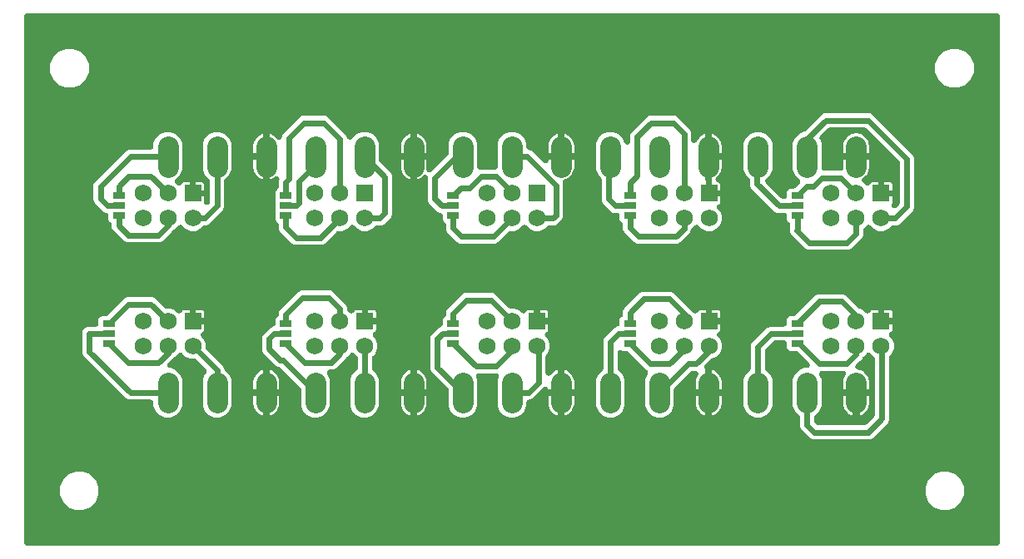
<source format=gbr>
G04 EAGLE Gerber RS-274X export*
G75*
%MOMM*%
%FSLAX34Y34*%
%LPD*%
%INTop Copper*%
%IPPOS*%
%AMOC8*
5,1,8,0,0,1.08239X$1,22.5*%
G01*
%ADD10R,1.750000X1.750000*%
%ADD11C,1.750000*%
%ADD12C,2.100000*%
%ADD13R,1.270000X0.635000*%
%ADD14C,0.609600*%

G36*
X992964Y4071D02*
X992964Y4071D01*
X993040Y4069D01*
X993209Y4091D01*
X993380Y4105D01*
X993454Y4123D01*
X993529Y4133D01*
X993693Y4182D01*
X993859Y4223D01*
X993928Y4253D01*
X994002Y4275D01*
X994155Y4351D01*
X994312Y4418D01*
X994376Y4459D01*
X994445Y4492D01*
X994584Y4591D01*
X994728Y4683D01*
X994785Y4734D01*
X994847Y4778D01*
X994968Y4898D01*
X995096Y5012D01*
X995144Y5071D01*
X995198Y5125D01*
X995299Y5263D01*
X995406Y5396D01*
X995443Y5462D01*
X995488Y5523D01*
X995565Y5676D01*
X995650Y5824D01*
X995676Y5896D01*
X995711Y5964D01*
X995762Y6127D01*
X995821Y6287D01*
X995836Y6362D01*
X995859Y6434D01*
X995871Y6539D01*
X995916Y6771D01*
X995923Y7007D01*
X995935Y7112D01*
X995935Y542888D01*
X995929Y542964D01*
X995931Y543040D01*
X995909Y543209D01*
X995895Y543380D01*
X995877Y543454D01*
X995867Y543529D01*
X995818Y543693D01*
X995777Y543859D01*
X995747Y543928D01*
X995725Y544002D01*
X995649Y544155D01*
X995582Y544312D01*
X995541Y544376D01*
X995508Y544445D01*
X995409Y544584D01*
X995317Y544728D01*
X995266Y544785D01*
X995222Y544847D01*
X995102Y544968D01*
X994988Y545096D01*
X994929Y545144D01*
X994875Y545198D01*
X994737Y545299D01*
X994604Y545406D01*
X994538Y545443D01*
X994477Y545488D01*
X994324Y545565D01*
X994176Y545650D01*
X994104Y545676D01*
X994036Y545711D01*
X993873Y545762D01*
X993713Y545821D01*
X993638Y545836D01*
X993566Y545859D01*
X993461Y545871D01*
X993229Y545916D01*
X992993Y545923D01*
X992888Y545935D01*
X7112Y545935D01*
X7036Y545929D01*
X6960Y545931D01*
X6791Y545909D01*
X6620Y545895D01*
X6546Y545877D01*
X6471Y545867D01*
X6307Y545818D01*
X6141Y545777D01*
X6072Y545747D01*
X5998Y545725D01*
X5845Y545649D01*
X5688Y545582D01*
X5624Y545541D01*
X5555Y545508D01*
X5416Y545409D01*
X5272Y545317D01*
X5215Y545266D01*
X5153Y545222D01*
X5032Y545102D01*
X4904Y544988D01*
X4856Y544929D01*
X4802Y544875D01*
X4701Y544737D01*
X4594Y544604D01*
X4557Y544538D01*
X4512Y544477D01*
X4435Y544324D01*
X4350Y544176D01*
X4324Y544104D01*
X4289Y544036D01*
X4238Y543873D01*
X4179Y543713D01*
X4164Y543638D01*
X4141Y543566D01*
X4129Y543461D01*
X4084Y543229D01*
X4077Y542993D01*
X4065Y542888D01*
X4065Y7112D01*
X4071Y7036D01*
X4069Y6960D01*
X4091Y6791D01*
X4105Y6620D01*
X4123Y6546D01*
X4133Y6471D01*
X4182Y6307D01*
X4223Y6141D01*
X4253Y6072D01*
X4275Y5998D01*
X4351Y5845D01*
X4418Y5688D01*
X4459Y5624D01*
X4492Y5555D01*
X4591Y5416D01*
X4683Y5272D01*
X4734Y5215D01*
X4778Y5153D01*
X4898Y5032D01*
X5012Y4904D01*
X5071Y4856D01*
X5125Y4802D01*
X5263Y4701D01*
X5396Y4594D01*
X5462Y4557D01*
X5523Y4512D01*
X5676Y4435D01*
X5824Y4350D01*
X5896Y4324D01*
X5964Y4289D01*
X6127Y4238D01*
X6287Y4179D01*
X6362Y4164D01*
X6434Y4141D01*
X6539Y4129D01*
X6771Y4084D01*
X7007Y4077D01*
X7112Y4065D01*
X992888Y4065D01*
X992964Y4071D01*
G37*
%LPC*%
G36*
X801225Y305307D02*
X801225Y305307D01*
X798611Y306390D01*
X783910Y321091D01*
X782827Y323705D01*
X782827Y326726D01*
X782880Y327077D01*
X782878Y327208D01*
X782887Y327286D01*
X782887Y330545D01*
X782870Y330762D01*
X782856Y330981D01*
X782850Y331009D01*
X782847Y331037D01*
X782795Y331249D01*
X782746Y331462D01*
X782735Y331488D01*
X782729Y331516D01*
X782642Y331717D01*
X782560Y331919D01*
X782545Y331943D01*
X782534Y331969D01*
X782417Y332153D01*
X782303Y332340D01*
X782284Y332362D01*
X782269Y332385D01*
X782124Y332548D01*
X781981Y332714D01*
X781959Y332732D01*
X781940Y332753D01*
X781770Y332890D01*
X781603Y333031D01*
X781582Y333042D01*
X781556Y333063D01*
X781434Y333133D01*
X780204Y334362D01*
X779585Y335856D01*
X779585Y339840D01*
X779579Y339916D01*
X779581Y339992D01*
X779559Y340161D01*
X779545Y340332D01*
X779527Y340406D01*
X779517Y340481D01*
X779468Y340645D01*
X779427Y340811D01*
X779397Y340880D01*
X779375Y340954D01*
X779299Y341107D01*
X779232Y341264D01*
X779191Y341328D01*
X779158Y341397D01*
X779059Y341536D01*
X778967Y341680D01*
X778916Y341737D01*
X778872Y341799D01*
X778752Y341920D01*
X778638Y342048D01*
X778579Y342096D01*
X778525Y342150D01*
X778387Y342251D01*
X778254Y342358D01*
X778188Y342395D01*
X778127Y342440D01*
X777974Y342517D01*
X777826Y342602D01*
X777754Y342628D01*
X777686Y342663D01*
X777523Y342714D01*
X777363Y342773D01*
X777288Y342788D01*
X777216Y342811D01*
X777111Y342823D01*
X776879Y342868D01*
X776643Y342875D01*
X776538Y342887D01*
X769995Y342887D01*
X767381Y343970D01*
X743270Y368081D01*
X742187Y370695D01*
X742187Y375653D01*
X742178Y375767D01*
X742179Y375881D01*
X742158Y376012D01*
X742147Y376145D01*
X742120Y376255D01*
X742102Y376368D01*
X742061Y376495D01*
X742029Y376623D01*
X741984Y376728D01*
X741948Y376837D01*
X741886Y376955D01*
X741834Y377077D01*
X741773Y377173D01*
X741720Y377274D01*
X741661Y377348D01*
X741569Y377493D01*
X741353Y377735D01*
X741295Y377808D01*
X737653Y381450D01*
X735435Y386803D01*
X735435Y413597D01*
X737653Y418950D01*
X741750Y423047D01*
X747103Y425265D01*
X752897Y425265D01*
X758250Y423047D01*
X762347Y418950D01*
X764565Y413597D01*
X764565Y386803D01*
X762347Y381450D01*
X758338Y377440D01*
X758289Y377382D01*
X758233Y377330D01*
X758129Y377195D01*
X758019Y377064D01*
X757979Y376999D01*
X757933Y376939D01*
X757852Y376788D01*
X757764Y376642D01*
X757736Y376571D01*
X757700Y376504D01*
X757644Y376342D01*
X757581Y376184D01*
X757564Y376110D01*
X757540Y376037D01*
X757511Y375869D01*
X757474Y375702D01*
X757470Y375626D01*
X757457Y375551D01*
X757456Y375380D01*
X757446Y375210D01*
X757454Y375134D01*
X757454Y375058D01*
X757481Y374889D01*
X757499Y374719D01*
X757519Y374646D01*
X757531Y374570D01*
X757584Y374408D01*
X757629Y374243D01*
X757661Y374174D01*
X757685Y374102D01*
X757764Y373950D01*
X757835Y373795D01*
X757878Y373732D01*
X757913Y373664D01*
X757978Y373582D01*
X758110Y373386D01*
X758272Y373213D01*
X758338Y373131D01*
X773464Y358005D01*
X773551Y357931D01*
X773631Y357850D01*
X773738Y357772D01*
X773840Y357686D01*
X773937Y357627D01*
X774030Y357560D01*
X774148Y357500D01*
X774262Y357431D01*
X774368Y357389D01*
X774470Y357337D01*
X774597Y357297D01*
X774720Y357248D01*
X774832Y357223D01*
X774941Y357189D01*
X775034Y357179D01*
X775202Y357141D01*
X775526Y357123D01*
X775618Y357113D01*
X776538Y357113D01*
X776614Y357119D01*
X776690Y357117D01*
X776859Y357139D01*
X777030Y357153D01*
X777104Y357171D01*
X777179Y357181D01*
X777343Y357230D01*
X777509Y357271D01*
X777578Y357301D01*
X777652Y357323D01*
X777805Y357399D01*
X777962Y357466D01*
X778026Y357507D01*
X778095Y357540D01*
X778234Y357639D01*
X778378Y357731D01*
X778435Y357782D01*
X778497Y357826D01*
X778618Y357946D01*
X778746Y358060D01*
X778794Y358119D01*
X778848Y358173D01*
X778949Y358311D01*
X779056Y358444D01*
X779093Y358510D01*
X779138Y358571D01*
X779215Y358724D01*
X779300Y358872D01*
X779326Y358944D01*
X779361Y359012D01*
X779412Y359175D01*
X779471Y359335D01*
X779486Y359410D01*
X779509Y359482D01*
X779521Y359587D01*
X779566Y359819D01*
X779573Y360055D01*
X779585Y360160D01*
X779585Y364144D01*
X780204Y365638D01*
X781347Y366781D01*
X782841Y367400D01*
X785919Y367400D01*
X786032Y367409D01*
X786147Y367408D01*
X786278Y367429D01*
X786410Y367440D01*
X786521Y367467D01*
X786634Y367485D01*
X786760Y367526D01*
X786889Y367558D01*
X786994Y367603D01*
X787103Y367639D01*
X787220Y367700D01*
X787343Y367753D01*
X787439Y367814D01*
X787540Y367867D01*
X787614Y367926D01*
X787759Y368018D01*
X788000Y368234D01*
X788073Y368292D01*
X792332Y372551D01*
X792449Y372689D01*
X792572Y372821D01*
X792608Y372876D01*
X792651Y372927D01*
X792745Y373082D01*
X792845Y373232D01*
X792872Y373293D01*
X792906Y373349D01*
X792973Y373517D01*
X793047Y373682D01*
X793064Y373746D01*
X793089Y373807D01*
X793128Y373984D01*
X793175Y374158D01*
X793182Y374224D01*
X793196Y374289D01*
X793206Y374470D01*
X793224Y374649D01*
X793220Y374715D01*
X793224Y374782D01*
X793204Y374961D01*
X793193Y375142D01*
X793178Y375206D01*
X793171Y375272D01*
X793124Y375446D01*
X793083Y375623D01*
X793058Y375684D01*
X793041Y375748D01*
X792965Y375912D01*
X792897Y376079D01*
X792863Y376136D01*
X792835Y376196D01*
X792734Y376346D01*
X792640Y376500D01*
X792597Y376551D01*
X792560Y376606D01*
X792436Y376738D01*
X792318Y376874D01*
X792267Y376917D01*
X792222Y376965D01*
X792078Y377075D01*
X791940Y377191D01*
X791894Y377217D01*
X791858Y377244D01*
X787653Y381450D01*
X785435Y386803D01*
X785435Y413597D01*
X787653Y418950D01*
X791750Y423047D01*
X797179Y425296D01*
X797188Y425301D01*
X797197Y425304D01*
X797408Y425414D01*
X797618Y425522D01*
X797626Y425527D01*
X797635Y425532D01*
X797667Y425557D01*
X798015Y425814D01*
X798107Y425908D01*
X798168Y425957D01*
X815121Y442910D01*
X817735Y443993D01*
X863745Y443993D01*
X866359Y442910D01*
X907730Y401539D01*
X908813Y398925D01*
X908813Y347835D01*
X907730Y345221D01*
X893779Y331270D01*
X891165Y330187D01*
X887672Y330187D01*
X887559Y330178D01*
X887444Y330179D01*
X887313Y330158D01*
X887181Y330147D01*
X887070Y330120D01*
X886957Y330102D01*
X886831Y330061D01*
X886702Y330029D01*
X886597Y329984D01*
X886488Y329948D01*
X886370Y329886D01*
X886248Y329834D01*
X886152Y329773D01*
X886051Y329720D01*
X885977Y329661D01*
X885832Y329569D01*
X885590Y329353D01*
X885517Y329295D01*
X882659Y326436D01*
X877949Y324485D01*
X872851Y324485D01*
X868141Y326436D01*
X864855Y329722D01*
X864797Y329772D01*
X864745Y329827D01*
X864609Y329931D01*
X864479Y330042D01*
X864414Y330081D01*
X864353Y330128D01*
X864202Y330209D01*
X864056Y330297D01*
X863986Y330325D01*
X863918Y330361D01*
X863756Y330416D01*
X863598Y330480D01*
X863524Y330496D01*
X863452Y330521D01*
X863283Y330550D01*
X863117Y330586D01*
X863041Y330591D01*
X862965Y330603D01*
X862794Y330605D01*
X862624Y330614D01*
X862548Y330606D01*
X862472Y330606D01*
X862303Y330580D01*
X862133Y330562D01*
X862060Y330542D01*
X861985Y330530D01*
X861822Y330476D01*
X861658Y330431D01*
X861588Y330399D01*
X861516Y330376D01*
X861365Y330297D01*
X861209Y330225D01*
X861146Y330183D01*
X861079Y330148D01*
X860996Y330082D01*
X860800Y329950D01*
X860628Y329788D01*
X860545Y329723D01*
X858005Y327183D01*
X857931Y327095D01*
X857850Y327015D01*
X857772Y326908D01*
X857686Y326807D01*
X857627Y326709D01*
X857560Y326616D01*
X857500Y326498D01*
X857431Y326384D01*
X857389Y326278D01*
X857337Y326176D01*
X857297Y326049D01*
X857248Y325926D01*
X857223Y325815D01*
X857189Y325706D01*
X857179Y325612D01*
X857141Y325444D01*
X857123Y325120D01*
X857113Y325028D01*
X857113Y320265D01*
X856030Y317651D01*
X853601Y315222D01*
X853600Y315221D01*
X847199Y308820D01*
X847198Y308819D01*
X844769Y306390D01*
X842155Y305307D01*
X801225Y305307D01*
G37*
%LPD*%
%LPC*%
G36*
X806305Y112267D02*
X806305Y112267D01*
X803691Y113350D01*
X793970Y123071D01*
X792887Y125685D01*
X792887Y134553D01*
X792878Y134667D01*
X792879Y134781D01*
X792858Y134912D01*
X792847Y135045D01*
X792820Y135155D01*
X792802Y135268D01*
X792761Y135395D01*
X792729Y135523D01*
X792684Y135628D01*
X792648Y135737D01*
X792586Y135855D01*
X792534Y135977D01*
X792473Y136073D01*
X792420Y136174D01*
X792361Y136248D01*
X792269Y136393D01*
X792053Y136635D01*
X791995Y136708D01*
X787653Y141050D01*
X785435Y146403D01*
X785435Y173197D01*
X787653Y178550D01*
X791750Y182647D01*
X797103Y184865D01*
X799750Y184865D01*
X799788Y184868D01*
X799826Y184866D01*
X800033Y184888D01*
X800241Y184905D01*
X800278Y184914D01*
X800316Y184918D01*
X800517Y184973D01*
X800720Y185023D01*
X800755Y185038D01*
X800792Y185049D01*
X800982Y185136D01*
X801174Y185218D01*
X801206Y185238D01*
X801240Y185254D01*
X801414Y185371D01*
X801590Y185483D01*
X801618Y185508D01*
X801650Y185530D01*
X801802Y185673D01*
X801957Y185812D01*
X801981Y185841D01*
X802009Y185867D01*
X802136Y186033D01*
X802267Y186196D01*
X802286Y186229D01*
X802310Y186259D01*
X802408Y186443D01*
X802511Y186624D01*
X802525Y186660D01*
X802543Y186694D01*
X802610Y186891D01*
X802683Y187087D01*
X802690Y187124D01*
X802703Y187160D01*
X802738Y187367D01*
X802778Y187571D01*
X802779Y187609D01*
X802785Y187647D01*
X802787Y187856D01*
X802793Y188064D01*
X802788Y188102D01*
X802788Y188140D01*
X802756Y188347D01*
X802729Y188553D01*
X802718Y188590D01*
X802712Y188627D01*
X802646Y188826D01*
X802586Y189025D01*
X802569Y189060D01*
X802557Y189096D01*
X802461Y189281D01*
X802369Y189469D01*
X802347Y189500D01*
X802330Y189534D01*
X802272Y189606D01*
X802084Y189871D01*
X801963Y189993D01*
X801904Y190067D01*
X790263Y201708D01*
X790176Y201782D01*
X790096Y201863D01*
X789989Y201941D01*
X789887Y202027D01*
X789790Y202086D01*
X789697Y202153D01*
X789579Y202213D01*
X789465Y202282D01*
X789359Y202324D01*
X789257Y202376D01*
X789130Y202416D01*
X789007Y202465D01*
X788895Y202490D01*
X788786Y202524D01*
X788693Y202534D01*
X788525Y202572D01*
X788201Y202590D01*
X788109Y202600D01*
X782841Y202600D01*
X781347Y203219D01*
X780204Y204362D01*
X779585Y205856D01*
X779585Y209840D01*
X779579Y209916D01*
X779581Y209992D01*
X779559Y210161D01*
X779545Y210332D01*
X779527Y210406D01*
X779517Y210481D01*
X779468Y210645D01*
X779427Y210811D01*
X779397Y210880D01*
X779375Y210954D01*
X779299Y211107D01*
X779232Y211264D01*
X779191Y211328D01*
X779158Y211397D01*
X779059Y211536D01*
X778967Y211680D01*
X778916Y211737D01*
X778872Y211799D01*
X778752Y211920D01*
X778638Y212048D01*
X778579Y212096D01*
X778525Y212150D01*
X778387Y212251D01*
X778254Y212358D01*
X778188Y212395D01*
X778127Y212440D01*
X777974Y212517D01*
X777826Y212602D01*
X777754Y212628D01*
X777686Y212663D01*
X777523Y212714D01*
X777363Y212773D01*
X777288Y212788D01*
X777216Y212811D01*
X777111Y212823D01*
X776879Y212868D01*
X776643Y212875D01*
X776538Y212887D01*
X767768Y212887D01*
X767655Y212878D01*
X767540Y212879D01*
X767409Y212858D01*
X767277Y212847D01*
X767166Y212820D01*
X767053Y212802D01*
X766927Y212761D01*
X766798Y212729D01*
X766693Y212684D01*
X766584Y212648D01*
X766467Y212586D01*
X766344Y212534D01*
X766248Y212473D01*
X766147Y212420D01*
X766073Y212361D01*
X765928Y212269D01*
X765686Y212053D01*
X765614Y211995D01*
X758005Y204386D01*
X757931Y204299D01*
X757850Y204219D01*
X757772Y204112D01*
X757686Y204010D01*
X757627Y203912D01*
X757560Y203820D01*
X757500Y203702D01*
X757431Y203588D01*
X757389Y203482D01*
X757337Y203380D01*
X757297Y203253D01*
X757248Y203130D01*
X757223Y203018D01*
X757189Y202909D01*
X757179Y202816D01*
X757141Y202648D01*
X757123Y202324D01*
X757113Y202232D01*
X757113Y185047D01*
X757122Y184933D01*
X757121Y184819D01*
X757142Y184688D01*
X757153Y184555D01*
X757180Y184445D01*
X757198Y184332D01*
X757239Y184205D01*
X757271Y184077D01*
X757316Y183972D01*
X757352Y183863D01*
X757414Y183745D01*
X757466Y183623D01*
X757527Y183527D01*
X757580Y183426D01*
X757639Y183352D01*
X757731Y183207D01*
X757947Y182965D01*
X758005Y182892D01*
X762347Y178550D01*
X764565Y173197D01*
X764565Y146403D01*
X762347Y141050D01*
X758250Y136953D01*
X752897Y134735D01*
X747103Y134735D01*
X741750Y136953D01*
X737653Y141050D01*
X735435Y146403D01*
X735435Y173197D01*
X737653Y178550D01*
X741995Y182892D01*
X742069Y182979D01*
X742150Y183060D01*
X742228Y183167D01*
X742314Y183268D01*
X742373Y183366D01*
X742440Y183458D01*
X742500Y183577D01*
X742569Y183691D01*
X742611Y183797D01*
X742663Y183899D01*
X742703Y184026D01*
X742752Y184149D01*
X742777Y184260D01*
X742811Y184369D01*
X742821Y184463D01*
X742859Y184631D01*
X742877Y184955D01*
X742887Y185047D01*
X742887Y207855D01*
X743970Y210469D01*
X759531Y226030D01*
X762145Y227113D01*
X776538Y227113D01*
X776614Y227119D01*
X776690Y227117D01*
X776859Y227139D01*
X777030Y227153D01*
X777104Y227171D01*
X777179Y227181D01*
X777343Y227230D01*
X777509Y227271D01*
X777578Y227301D01*
X777652Y227323D01*
X777805Y227399D01*
X777962Y227466D01*
X778026Y227507D01*
X778095Y227540D01*
X778234Y227639D01*
X778378Y227731D01*
X778435Y227782D01*
X778497Y227826D01*
X778618Y227946D01*
X778746Y228060D01*
X778794Y228119D01*
X778848Y228173D01*
X778949Y228311D01*
X779056Y228444D01*
X779093Y228510D01*
X779138Y228571D01*
X779215Y228724D01*
X779300Y228872D01*
X779326Y228944D01*
X779361Y229012D01*
X779412Y229175D01*
X779471Y229335D01*
X779486Y229410D01*
X779509Y229482D01*
X779521Y229587D01*
X779566Y229819D01*
X779573Y230055D01*
X779585Y230160D01*
X779585Y234144D01*
X780204Y235638D01*
X781347Y236781D01*
X782841Y237400D01*
X785919Y237400D01*
X786032Y237409D01*
X786147Y237408D01*
X786278Y237429D01*
X786410Y237440D01*
X786521Y237467D01*
X786634Y237485D01*
X786760Y237526D01*
X786889Y237558D01*
X786994Y237603D01*
X787103Y237639D01*
X787220Y237701D01*
X787343Y237753D01*
X787439Y237814D01*
X787540Y237867D01*
X787614Y237926D01*
X787759Y238018D01*
X788001Y238234D01*
X788073Y238292D01*
X808541Y258760D01*
X811155Y259843D01*
X837075Y259843D01*
X839689Y258760D01*
X852778Y245671D01*
X852785Y245665D01*
X852792Y245657D01*
X852871Y245591D01*
X852926Y245535D01*
X853010Y245474D01*
X853154Y245352D01*
X853162Y245347D01*
X853170Y245340D01*
X853205Y245321D01*
X853293Y245268D01*
X853325Y245244D01*
X853366Y245224D01*
X853576Y245097D01*
X853698Y245048D01*
X853767Y245010D01*
X857259Y243564D01*
X859318Y241504D01*
X859492Y241357D01*
X859664Y241207D01*
X859680Y241197D01*
X859694Y241185D01*
X859889Y241067D01*
X860083Y240947D01*
X860101Y240940D01*
X860117Y240930D01*
X860328Y240846D01*
X860539Y240759D01*
X860557Y240754D01*
X860575Y240747D01*
X860798Y240698D01*
X861019Y240646D01*
X861038Y240645D01*
X861057Y240641D01*
X861286Y240628D01*
X861511Y240612D01*
X861530Y240614D01*
X861549Y240613D01*
X861775Y240637D01*
X862003Y240658D01*
X862021Y240663D01*
X862040Y240665D01*
X862258Y240725D01*
X862480Y240783D01*
X862497Y240791D01*
X862515Y240796D01*
X862722Y240891D01*
X862931Y240983D01*
X862947Y240994D01*
X862964Y241001D01*
X863153Y241129D01*
X863343Y241253D01*
X863357Y241266D01*
X863373Y241277D01*
X863539Y241433D01*
X863707Y241587D01*
X863716Y241599D01*
X863733Y241615D01*
X864033Y242006D01*
X864077Y242088D01*
X864112Y242136D01*
X864617Y243010D01*
X865090Y243483D01*
X865669Y243818D01*
X866315Y243991D01*
X872353Y243991D01*
X872353Y232700D01*
X872359Y232624D01*
X872356Y232548D01*
X872379Y232379D01*
X872393Y232209D01*
X872411Y232135D01*
X872421Y232059D01*
X872470Y231895D01*
X872511Y231730D01*
X872541Y231660D01*
X872563Y231587D01*
X872638Y231433D01*
X872706Y231276D01*
X872747Y231212D01*
X872780Y231144D01*
X872879Y231004D01*
X872971Y230860D01*
X873022Y230804D01*
X873066Y230741D01*
X873186Y230620D01*
X873300Y230492D01*
X873359Y230444D01*
X873412Y230390D01*
X873413Y230390D01*
X873551Y230289D01*
X873684Y230182D01*
X873750Y230144D01*
X873812Y230099D01*
X873964Y230023D01*
X874113Y229938D01*
X874184Y229911D01*
X874252Y229877D01*
X874415Y229826D01*
X874575Y229766D01*
X874650Y229752D01*
X874723Y229729D01*
X874827Y229717D01*
X875059Y229672D01*
X875295Y229664D01*
X875400Y229653D01*
X886691Y229653D01*
X886691Y223615D01*
X886518Y222969D01*
X886183Y222390D01*
X885710Y221917D01*
X884836Y221412D01*
X884648Y221282D01*
X884459Y221155D01*
X884445Y221142D01*
X884430Y221132D01*
X884265Y220973D01*
X884100Y220818D01*
X884088Y220803D01*
X884074Y220789D01*
X883938Y220607D01*
X883799Y220426D01*
X883790Y220409D01*
X883779Y220394D01*
X883674Y220193D01*
X883566Y219991D01*
X883560Y219973D01*
X883551Y219957D01*
X883480Y219741D01*
X883406Y219525D01*
X883403Y219506D01*
X883397Y219488D01*
X883362Y219264D01*
X883323Y219038D01*
X883323Y219019D01*
X883320Y219001D01*
X883322Y218774D01*
X883320Y218545D01*
X883323Y218526D01*
X883324Y218507D01*
X883362Y218283D01*
X883397Y218058D01*
X883403Y218040D01*
X883406Y218021D01*
X883480Y217805D01*
X883551Y217589D01*
X883560Y217572D01*
X883566Y217554D01*
X883674Y217353D01*
X883779Y217151D01*
X883789Y217139D01*
X883799Y217120D01*
X884100Y216728D01*
X884167Y216665D01*
X884204Y216618D01*
X886264Y214559D01*
X888215Y209849D01*
X888215Y204751D01*
X886264Y200041D01*
X884305Y198083D01*
X884231Y197995D01*
X884150Y197915D01*
X884072Y197808D01*
X883986Y197707D01*
X883927Y197609D01*
X883860Y197516D01*
X883800Y197398D01*
X883731Y197284D01*
X883689Y197178D01*
X883637Y197076D01*
X883597Y196949D01*
X883548Y196826D01*
X883523Y196715D01*
X883489Y196606D01*
X883479Y196512D01*
X883441Y196344D01*
X883423Y196020D01*
X883413Y195928D01*
X883413Y131935D01*
X882330Y129321D01*
X866359Y113350D01*
X863745Y112267D01*
X806305Y112267D01*
G37*
%LPD*%
%LPC*%
G36*
X279255Y310387D02*
X279255Y310387D01*
X276641Y311470D01*
X263970Y324141D01*
X262887Y326755D01*
X262887Y330545D01*
X262870Y330762D01*
X262856Y330981D01*
X262850Y331009D01*
X262847Y331037D01*
X262795Y331248D01*
X262746Y331462D01*
X262735Y331488D01*
X262729Y331516D01*
X262642Y331717D01*
X262560Y331919D01*
X262545Y331943D01*
X262534Y331969D01*
X262417Y332153D01*
X262303Y332340D01*
X262284Y332361D01*
X262269Y332385D01*
X262124Y332548D01*
X261981Y332713D01*
X261959Y332732D01*
X261940Y332753D01*
X261770Y332890D01*
X261603Y333031D01*
X261583Y333042D01*
X261556Y333063D01*
X261434Y333133D01*
X260204Y334362D01*
X259585Y335856D01*
X259585Y343843D01*
X259591Y343862D01*
X259636Y343968D01*
X259667Y344097D01*
X259708Y344223D01*
X259725Y344336D01*
X259752Y344448D01*
X259761Y344580D01*
X259781Y344711D01*
X259780Y344826D01*
X259788Y344940D01*
X259777Y345072D01*
X259775Y345204D01*
X259755Y345317D01*
X259745Y345431D01*
X259719Y345521D01*
X259689Y345690D01*
X259585Y345988D01*
X259585Y354003D01*
X259591Y354022D01*
X259636Y354128D01*
X259667Y354257D01*
X259708Y354383D01*
X259725Y354496D01*
X259752Y354608D01*
X259761Y354740D01*
X259781Y354871D01*
X259780Y354986D01*
X259788Y355100D01*
X259777Y355232D01*
X259775Y355364D01*
X259755Y355477D01*
X259745Y355591D01*
X259719Y355681D01*
X259689Y355850D01*
X259585Y356148D01*
X259585Y364144D01*
X260204Y365638D01*
X261414Y366848D01*
X261420Y366852D01*
X261445Y366864D01*
X261621Y366994D01*
X261799Y367121D01*
X261819Y367141D01*
X261842Y367157D01*
X261995Y367314D01*
X262150Y367467D01*
X262167Y367490D01*
X262186Y367510D01*
X262312Y367690D01*
X262440Y367866D01*
X262453Y367891D01*
X262469Y367915D01*
X262564Y368112D01*
X262663Y368307D01*
X262671Y368334D01*
X262683Y368359D01*
X262745Y368568D01*
X262811Y368777D01*
X262814Y368800D01*
X262823Y368832D01*
X262884Y369322D01*
X262881Y369402D01*
X262887Y369455D01*
X262887Y375555D01*
X263131Y376143D01*
X263177Y376285D01*
X263232Y376425D01*
X263252Y376520D01*
X263282Y376612D01*
X263304Y376761D01*
X263336Y376907D01*
X263341Y377004D01*
X263356Y377100D01*
X263354Y377250D01*
X263361Y377400D01*
X263351Y377496D01*
X263349Y377593D01*
X263323Y377741D01*
X263307Y377890D01*
X263281Y377984D01*
X263264Y378079D01*
X263214Y378221D01*
X263174Y378365D01*
X263133Y378453D01*
X263101Y378545D01*
X263029Y378677D01*
X262966Y378813D01*
X262911Y378893D01*
X262865Y378978D01*
X262773Y379097D01*
X262688Y379221D01*
X262622Y379291D01*
X262562Y379368D01*
X262452Y379470D01*
X262349Y379579D01*
X262272Y379637D01*
X262200Y379703D01*
X262075Y379786D01*
X261956Y379877D01*
X261870Y379922D01*
X261789Y379976D01*
X261653Y380038D01*
X261520Y380108D01*
X261428Y380139D01*
X261340Y380179D01*
X261195Y380218D01*
X261052Y380266D01*
X260957Y380281D01*
X260863Y380306D01*
X260714Y380321D01*
X260566Y380346D01*
X260469Y380346D01*
X260372Y380356D01*
X260223Y380346D01*
X260072Y380346D01*
X259976Y380331D01*
X259880Y380325D01*
X259734Y380291D01*
X259585Y380267D01*
X259493Y380237D01*
X259399Y380215D01*
X259260Y380158D01*
X259117Y380111D01*
X259053Y380074D01*
X258942Y380029D01*
X258533Y379779D01*
X258524Y379774D01*
X256835Y378547D01*
X255006Y377615D01*
X253499Y377125D01*
X253499Y399748D01*
X253493Y399824D01*
X253495Y399900D01*
X253473Y400069D01*
X253461Y400215D01*
X253480Y400311D01*
X253487Y400547D01*
X253499Y400652D01*
X253499Y423275D01*
X255006Y422785D01*
X256835Y421853D01*
X258496Y420647D01*
X259947Y419196D01*
X260425Y418538D01*
X260445Y418515D01*
X260461Y418489D01*
X260605Y418328D01*
X260746Y418163D01*
X260769Y418144D01*
X260790Y418121D01*
X260958Y417985D01*
X261124Y417846D01*
X261150Y417830D01*
X261174Y417811D01*
X261361Y417704D01*
X261547Y417593D01*
X261576Y417582D01*
X261602Y417567D01*
X261806Y417492D01*
X262006Y417413D01*
X262036Y417406D01*
X262065Y417395D01*
X262277Y417354D01*
X262489Y417308D01*
X262519Y417307D01*
X262549Y417301D01*
X262765Y417294D01*
X262981Y417283D01*
X263012Y417286D01*
X263042Y417285D01*
X263256Y417314D01*
X263472Y417338D01*
X263501Y417346D01*
X263531Y417350D01*
X263739Y417412D01*
X263947Y417471D01*
X263974Y417484D01*
X264004Y417492D01*
X264198Y417588D01*
X264394Y417679D01*
X264419Y417696D01*
X264447Y417709D01*
X264623Y417835D01*
X264802Y417956D01*
X264824Y417977D01*
X264849Y417995D01*
X265003Y418147D01*
X265160Y418296D01*
X265178Y418320D01*
X265200Y418341D01*
X265327Y418516D01*
X265458Y418689D01*
X265472Y418715D01*
X265490Y418740D01*
X265588Y418933D01*
X265689Y419124D01*
X265699Y419154D01*
X265713Y419181D01*
X265778Y419387D01*
X265847Y419592D01*
X265852Y419622D01*
X265861Y419651D01*
X265870Y419735D01*
X265927Y420079D01*
X265927Y420239D01*
X265937Y420329D01*
X265937Y420515D01*
X267020Y423129D01*
X281831Y437940D01*
X281832Y437941D01*
X284261Y440370D01*
X286875Y441453D01*
X310025Y441453D01*
X312639Y440370D01*
X331030Y421979D01*
X332153Y419267D01*
X332171Y419233D01*
X332183Y419197D01*
X332283Y419014D01*
X332378Y418828D01*
X332401Y418797D01*
X332419Y418764D01*
X332547Y418599D01*
X332671Y418431D01*
X332699Y418404D01*
X332722Y418374D01*
X332875Y418232D01*
X333024Y418087D01*
X333056Y418065D01*
X333084Y418039D01*
X333258Y417923D01*
X333429Y417804D01*
X333463Y417787D01*
X333495Y417766D01*
X333685Y417680D01*
X333873Y417590D01*
X333910Y417579D01*
X333944Y417563D01*
X334146Y417509D01*
X334346Y417450D01*
X334384Y417445D01*
X334421Y417435D01*
X334629Y417415D01*
X334836Y417389D01*
X334874Y417390D01*
X334912Y417386D01*
X335121Y417399D01*
X335329Y417407D01*
X335366Y417415D01*
X335404Y417417D01*
X335607Y417464D01*
X335812Y417505D01*
X335848Y417519D01*
X335885Y417527D01*
X336078Y417606D01*
X336274Y417680D01*
X336307Y417699D01*
X336342Y417713D01*
X336520Y417822D01*
X336701Y417926D01*
X336730Y417950D01*
X336763Y417970D01*
X336921Y418107D01*
X337083Y418239D01*
X337108Y418267D01*
X337137Y418292D01*
X337271Y418452D01*
X337409Y418609D01*
X337429Y418641D01*
X337454Y418670D01*
X337499Y418751D01*
X337575Y418873D01*
X341750Y423047D01*
X347103Y425265D01*
X352897Y425265D01*
X358250Y423047D01*
X362347Y418950D01*
X364565Y413597D01*
X364565Y396956D01*
X364574Y396843D01*
X364573Y396728D01*
X364594Y396597D01*
X364605Y396465D01*
X364632Y396354D01*
X364650Y396241D01*
X364691Y396115D01*
X364723Y395986D01*
X364768Y395881D01*
X364804Y395772D01*
X364866Y395654D01*
X364918Y395532D01*
X364979Y395436D01*
X365032Y395335D01*
X365091Y395261D01*
X365183Y395116D01*
X365399Y394874D01*
X365457Y394802D01*
X374440Y385818D01*
X374441Y385818D01*
X376870Y383389D01*
X377953Y380775D01*
X377953Y341485D01*
X376870Y338871D01*
X369269Y331270D01*
X366655Y330187D01*
X362672Y330187D01*
X362559Y330178D01*
X362444Y330179D01*
X362313Y330158D01*
X362181Y330147D01*
X362070Y330120D01*
X361957Y330102D01*
X361831Y330061D01*
X361702Y330029D01*
X361597Y329984D01*
X361488Y329948D01*
X361370Y329886D01*
X361248Y329834D01*
X361152Y329773D01*
X361051Y329720D01*
X360977Y329661D01*
X360832Y329569D01*
X360590Y329353D01*
X360518Y329295D01*
X357659Y326436D01*
X352949Y324485D01*
X347851Y324485D01*
X343141Y326436D01*
X339855Y329722D01*
X339797Y329772D01*
X339745Y329827D01*
X339609Y329931D01*
X339479Y330042D01*
X339413Y330081D01*
X339353Y330128D01*
X339203Y330208D01*
X339056Y330297D01*
X338986Y330325D01*
X338918Y330361D01*
X338757Y330416D01*
X338598Y330480D01*
X338524Y330496D01*
X338452Y330521D01*
X338283Y330549D01*
X338117Y330586D01*
X338040Y330591D01*
X337965Y330603D01*
X337794Y330605D01*
X337624Y330614D01*
X337548Y330606D01*
X337472Y330606D01*
X337303Y330580D01*
X337133Y330562D01*
X337060Y330542D01*
X336985Y330530D01*
X336822Y330476D01*
X336658Y330431D01*
X336588Y330399D01*
X336516Y330376D01*
X336364Y330297D01*
X336209Y330225D01*
X336146Y330183D01*
X336078Y330148D01*
X335996Y330082D01*
X335800Y329950D01*
X335627Y329788D01*
X335545Y329722D01*
X332259Y326436D01*
X327549Y324485D01*
X323506Y324485D01*
X323393Y324476D01*
X323278Y324477D01*
X323147Y324456D01*
X323015Y324445D01*
X322904Y324418D01*
X322791Y324400D01*
X322665Y324359D01*
X322536Y324327D01*
X322431Y324282D01*
X322322Y324246D01*
X322204Y324184D01*
X322082Y324132D01*
X321986Y324071D01*
X321885Y324018D01*
X321811Y323959D01*
X321666Y323867D01*
X321424Y323651D01*
X321352Y323593D01*
X311658Y313900D01*
X311658Y313899D01*
X309229Y311470D01*
X306615Y310387D01*
X279255Y310387D01*
G37*
%LPD*%
%LPC*%
G36*
X627235Y311657D02*
X627235Y311657D01*
X624621Y312740D01*
X622192Y315169D01*
X622191Y315170D01*
X613970Y323391D01*
X612887Y326005D01*
X612887Y330545D01*
X612870Y330762D01*
X612856Y330981D01*
X612850Y331009D01*
X612847Y331037D01*
X612795Y331248D01*
X612746Y331462D01*
X612735Y331488D01*
X612729Y331516D01*
X612642Y331717D01*
X612560Y331919D01*
X612545Y331943D01*
X612534Y331969D01*
X612417Y332153D01*
X612303Y332340D01*
X612284Y332361D01*
X612269Y332385D01*
X612124Y332548D01*
X611981Y332713D01*
X611959Y332732D01*
X611940Y332753D01*
X611770Y332890D01*
X611603Y333031D01*
X611583Y333042D01*
X611556Y333063D01*
X611434Y333133D01*
X610204Y334362D01*
X609585Y335856D01*
X609585Y339840D01*
X609579Y339916D01*
X609581Y339992D01*
X609559Y340161D01*
X609545Y340332D01*
X609527Y340406D01*
X609517Y340481D01*
X609468Y340645D01*
X609427Y340811D01*
X609397Y340880D01*
X609375Y340954D01*
X609299Y341107D01*
X609232Y341264D01*
X609191Y341328D01*
X609158Y341397D01*
X609059Y341536D01*
X608967Y341680D01*
X608916Y341737D01*
X608872Y341799D01*
X608752Y341920D01*
X608638Y342048D01*
X608579Y342096D01*
X608525Y342150D01*
X608387Y342251D01*
X608254Y342358D01*
X608188Y342395D01*
X608127Y342440D01*
X607974Y342517D01*
X607826Y342602D01*
X607754Y342628D01*
X607686Y342663D01*
X607523Y342714D01*
X607363Y342773D01*
X607288Y342788D01*
X607216Y342811D01*
X607111Y342823D01*
X606879Y342868D01*
X606643Y342875D01*
X606538Y342887D01*
X603625Y342887D01*
X601011Y343970D01*
X592140Y352841D01*
X591057Y355455D01*
X591057Y376783D01*
X591048Y376897D01*
X591049Y377011D01*
X591028Y377142D01*
X591017Y377275D01*
X590990Y377385D01*
X590972Y377498D01*
X590931Y377625D01*
X590899Y377753D01*
X590854Y377858D01*
X590818Y377967D01*
X590756Y378085D01*
X590704Y378207D01*
X590643Y378303D01*
X590590Y378404D01*
X590531Y378478D01*
X590439Y378623D01*
X590223Y378865D01*
X590165Y378938D01*
X587653Y381450D01*
X585435Y386803D01*
X585435Y413597D01*
X587653Y418950D01*
X591750Y423047D01*
X597103Y425265D01*
X602897Y425265D01*
X608250Y423047D01*
X612347Y418950D01*
X614405Y413983D01*
X614470Y413857D01*
X614526Y413726D01*
X614582Y413637D01*
X614630Y413544D01*
X614714Y413430D01*
X614791Y413310D01*
X614861Y413232D01*
X614923Y413147D01*
X615025Y413048D01*
X615120Y412942D01*
X615201Y412876D01*
X615276Y412803D01*
X615393Y412721D01*
X615504Y412632D01*
X615594Y412580D01*
X615680Y412520D01*
X615808Y412458D01*
X615932Y412388D01*
X616030Y412351D01*
X616125Y412306D01*
X616261Y412266D01*
X616395Y412216D01*
X616497Y412196D01*
X616598Y412166D01*
X616739Y412149D01*
X616879Y412121D01*
X616983Y412118D01*
X617087Y412105D01*
X617230Y412111D01*
X617372Y412106D01*
X617476Y412120D01*
X617580Y412124D01*
X617720Y412152D01*
X617861Y412170D01*
X617961Y412201D01*
X618064Y412221D01*
X618197Y412272D01*
X618334Y412313D01*
X618427Y412359D01*
X618525Y412396D01*
X618649Y412467D01*
X618777Y412530D01*
X618862Y412590D01*
X618952Y412643D01*
X619063Y412733D01*
X619179Y412815D01*
X619253Y412889D01*
X619334Y412955D01*
X619429Y413062D01*
X619530Y413162D01*
X619591Y413247D01*
X619661Y413325D01*
X619736Y413446D01*
X619820Y413561D01*
X619867Y413654D01*
X619923Y413743D01*
X619978Y413874D01*
X620043Y414001D01*
X620074Y414101D01*
X620115Y414197D01*
X620148Y414336D01*
X620191Y414472D01*
X620200Y414550D01*
X620230Y414677D01*
X620263Y415110D01*
X620267Y415150D01*
X620267Y421785D01*
X621350Y424399D01*
X637321Y440370D01*
X639935Y441453D01*
X665625Y441453D01*
X668239Y440370D01*
X681030Y427579D01*
X682113Y424965D01*
X682113Y417012D01*
X682115Y416989D01*
X682113Y416966D01*
X682135Y416743D01*
X682153Y416520D01*
X682158Y416498D01*
X682160Y416475D01*
X682217Y416259D01*
X682271Y416041D01*
X682280Y416020D01*
X682286Y415998D01*
X682377Y415794D01*
X682466Y415588D01*
X682478Y415568D01*
X682488Y415547D01*
X682611Y415360D01*
X682731Y415172D01*
X682746Y415155D01*
X682759Y415135D01*
X682911Y414970D01*
X683060Y414804D01*
X683078Y414789D01*
X683093Y414773D01*
X683270Y414634D01*
X683444Y414494D01*
X683463Y414483D01*
X683481Y414468D01*
X683678Y414360D01*
X683872Y414250D01*
X683894Y414242D01*
X683914Y414231D01*
X684124Y414156D01*
X684335Y414078D01*
X684357Y414074D01*
X684379Y414066D01*
X684600Y414026D01*
X684819Y413984D01*
X684842Y413983D01*
X684864Y413979D01*
X685090Y413975D01*
X685312Y413968D01*
X685335Y413971D01*
X685358Y413971D01*
X685580Y414003D01*
X685801Y414033D01*
X685823Y414039D01*
X685846Y414043D01*
X686059Y414110D01*
X686273Y414175D01*
X686294Y414185D01*
X686316Y414192D01*
X686515Y414293D01*
X686717Y414392D01*
X686735Y414405D01*
X686756Y414416D01*
X686937Y414548D01*
X687119Y414677D01*
X687135Y414694D01*
X687154Y414707D01*
X687311Y414867D01*
X687470Y415024D01*
X687483Y415043D01*
X687499Y415059D01*
X687540Y415120D01*
X687760Y415423D01*
X687828Y415556D01*
X687875Y415628D01*
X688847Y417535D01*
X690053Y419196D01*
X691504Y420647D01*
X693165Y421853D01*
X694994Y422785D01*
X696501Y423275D01*
X696501Y400652D01*
X696507Y400576D01*
X696505Y400500D01*
X696527Y400331D01*
X696539Y400185D01*
X696520Y400089D01*
X696513Y399853D01*
X696501Y399748D01*
X696501Y377038D01*
X696507Y376962D01*
X696505Y376886D01*
X696527Y376717D01*
X696541Y376546D01*
X696559Y376472D01*
X696569Y376397D01*
X696618Y376233D01*
X696659Y376067D01*
X696689Y375998D01*
X696711Y375924D01*
X696787Y375771D01*
X696854Y375614D01*
X696895Y375550D01*
X696928Y375481D01*
X697027Y375342D01*
X697119Y375198D01*
X697170Y375141D01*
X697214Y375079D01*
X697334Y374958D01*
X697353Y374937D01*
X697353Y362700D01*
X697359Y362624D01*
X697356Y362548D01*
X697379Y362379D01*
X697393Y362209D01*
X697411Y362135D01*
X697421Y362059D01*
X697470Y361895D01*
X697511Y361730D01*
X697541Y361660D01*
X697563Y361587D01*
X697638Y361433D01*
X697706Y361276D01*
X697747Y361212D01*
X697780Y361144D01*
X697879Y361004D01*
X697971Y360860D01*
X698022Y360804D01*
X698066Y360741D01*
X698186Y360620D01*
X698300Y360492D01*
X698359Y360444D01*
X698412Y360390D01*
X698413Y360390D01*
X698551Y360289D01*
X698684Y360182D01*
X698750Y360144D01*
X698812Y360099D01*
X698964Y360023D01*
X699113Y359938D01*
X699184Y359911D01*
X699252Y359877D01*
X699415Y359826D01*
X699575Y359766D01*
X699650Y359752D01*
X699723Y359729D01*
X699827Y359717D01*
X700059Y359672D01*
X700295Y359664D01*
X700400Y359653D01*
X711691Y359653D01*
X711691Y353615D01*
X711518Y352969D01*
X711183Y352390D01*
X710710Y351917D01*
X709836Y351412D01*
X709648Y351282D01*
X709459Y351155D01*
X709445Y351142D01*
X709430Y351132D01*
X709265Y350973D01*
X709100Y350818D01*
X709088Y350803D01*
X709074Y350789D01*
X708938Y350607D01*
X708799Y350426D01*
X708790Y350409D01*
X708779Y350394D01*
X708674Y350193D01*
X708566Y349991D01*
X708560Y349973D01*
X708551Y349957D01*
X708480Y349741D01*
X708406Y349525D01*
X708403Y349506D01*
X708397Y349488D01*
X708362Y349264D01*
X708323Y349038D01*
X708323Y349019D01*
X708320Y349001D01*
X708322Y348774D01*
X708320Y348545D01*
X708323Y348526D01*
X708324Y348507D01*
X708362Y348283D01*
X708397Y348058D01*
X708403Y348040D01*
X708406Y348021D01*
X708480Y347806D01*
X708551Y347589D01*
X708560Y347572D01*
X708566Y347554D01*
X708674Y347353D01*
X708779Y347151D01*
X708789Y347139D01*
X708799Y347120D01*
X709100Y346728D01*
X709167Y346665D01*
X709204Y346618D01*
X711264Y344559D01*
X713215Y339849D01*
X713215Y334751D01*
X711264Y330041D01*
X707659Y326436D01*
X702949Y324485D01*
X697851Y324485D01*
X693141Y326436D01*
X689855Y329722D01*
X689797Y329772D01*
X689745Y329827D01*
X689609Y329931D01*
X689479Y330042D01*
X689413Y330081D01*
X689353Y330128D01*
X689203Y330208D01*
X689056Y330297D01*
X688986Y330325D01*
X688918Y330361D01*
X688757Y330416D01*
X688598Y330480D01*
X688524Y330496D01*
X688452Y330521D01*
X688283Y330549D01*
X688117Y330586D01*
X688040Y330591D01*
X687965Y330603D01*
X687794Y330605D01*
X687624Y330614D01*
X687548Y330606D01*
X687472Y330606D01*
X687303Y330580D01*
X687133Y330562D01*
X687060Y330542D01*
X686985Y330530D01*
X686822Y330476D01*
X686658Y330431D01*
X686588Y330399D01*
X686516Y330376D01*
X686364Y330297D01*
X686209Y330225D01*
X686146Y330183D01*
X686078Y330148D01*
X685996Y330082D01*
X685800Y329950D01*
X685627Y329788D01*
X685545Y329722D01*
X683005Y327182D01*
X682931Y327096D01*
X682850Y327015D01*
X682772Y326908D01*
X682686Y326807D01*
X682627Y326709D01*
X682560Y326616D01*
X682500Y326498D01*
X682431Y326384D01*
X682389Y326278D01*
X682337Y326176D01*
X682300Y326057D01*
X681030Y322991D01*
X670779Y312740D01*
X668165Y311657D01*
X627235Y311657D01*
G37*
%LPD*%
%LPC*%
G36*
X446895Y311657D02*
X446895Y311657D01*
X444281Y312740D01*
X433970Y323051D01*
X432887Y325665D01*
X432887Y330545D01*
X432870Y330762D01*
X432856Y330981D01*
X432850Y331009D01*
X432847Y331037D01*
X432795Y331249D01*
X432746Y331462D01*
X432735Y331488D01*
X432729Y331516D01*
X432642Y331717D01*
X432560Y331919D01*
X432545Y331943D01*
X432534Y331969D01*
X432417Y332153D01*
X432303Y332340D01*
X432284Y332362D01*
X432269Y332385D01*
X432124Y332548D01*
X431981Y332714D01*
X431959Y332732D01*
X431940Y332753D01*
X431770Y332890D01*
X431603Y333031D01*
X431582Y333042D01*
X431556Y333063D01*
X431434Y333133D01*
X430204Y334362D01*
X429585Y335856D01*
X429585Y339840D01*
X429579Y339916D01*
X429581Y339992D01*
X429559Y340161D01*
X429545Y340332D01*
X429527Y340406D01*
X429517Y340481D01*
X429468Y340645D01*
X429427Y340811D01*
X429397Y340880D01*
X429375Y340954D01*
X429299Y341107D01*
X429232Y341264D01*
X429191Y341328D01*
X429158Y341397D01*
X429059Y341536D01*
X428967Y341680D01*
X428916Y341737D01*
X428872Y341799D01*
X428752Y341920D01*
X428638Y342048D01*
X428579Y342096D01*
X428525Y342150D01*
X428387Y342251D01*
X428254Y342358D01*
X428188Y342395D01*
X428127Y342440D01*
X427974Y342517D01*
X427826Y342602D01*
X427754Y342628D01*
X427686Y342663D01*
X427523Y342714D01*
X427429Y342749D01*
X424481Y343970D01*
X415610Y352841D01*
X414527Y355455D01*
X414527Y378428D01*
X414524Y378466D01*
X414526Y378504D01*
X414504Y378712D01*
X414487Y378920D01*
X414478Y378957D01*
X414474Y378995D01*
X414419Y379196D01*
X414369Y379399D01*
X414354Y379434D01*
X414343Y379471D01*
X414256Y379660D01*
X414174Y379852D01*
X414154Y379884D01*
X414138Y379919D01*
X414021Y380093D01*
X413909Y380268D01*
X413884Y380297D01*
X413862Y380328D01*
X413719Y380481D01*
X413580Y380636D01*
X413551Y380660D01*
X413524Y380688D01*
X413359Y380815D01*
X413196Y380946D01*
X413163Y380965D01*
X413133Y380988D01*
X412949Y381087D01*
X412768Y381190D01*
X412732Y381203D01*
X412698Y381221D01*
X412501Y381289D01*
X412305Y381362D01*
X412268Y381369D01*
X412232Y381381D01*
X412026Y381416D01*
X411821Y381456D01*
X411783Y381457D01*
X411745Y381464D01*
X411536Y381465D01*
X411328Y381472D01*
X411290Y381467D01*
X411252Y381467D01*
X411045Y381434D01*
X410839Y381407D01*
X410802Y381396D01*
X410765Y381390D01*
X410567Y381325D01*
X410367Y381265D01*
X410332Y381248D01*
X410296Y381236D01*
X410111Y381140D01*
X409923Y381048D01*
X409892Y381026D01*
X409858Y381008D01*
X409786Y380950D01*
X409521Y380762D01*
X409399Y380641D01*
X409325Y380583D01*
X408496Y379753D01*
X406835Y378547D01*
X405006Y377615D01*
X403499Y377125D01*
X403499Y396701D01*
X413041Y396701D01*
X413041Y388674D01*
X412860Y387535D01*
X412858Y387505D01*
X412852Y387475D01*
X412839Y387259D01*
X412823Y387043D01*
X412826Y387013D01*
X412824Y386982D01*
X412847Y386767D01*
X412865Y386552D01*
X412873Y386522D01*
X412876Y386492D01*
X412933Y386283D01*
X412987Y386074D01*
X412999Y386046D01*
X413007Y386016D01*
X413097Y385819D01*
X413183Y385621D01*
X413200Y385596D01*
X413212Y385568D01*
X413333Y385388D01*
X413450Y385206D01*
X413471Y385184D01*
X413488Y385158D01*
X413636Y385001D01*
X413781Y384840D01*
X413805Y384821D01*
X413826Y384799D01*
X413997Y384667D01*
X414166Y384532D01*
X414193Y384517D01*
X414217Y384499D01*
X414407Y384397D01*
X414596Y384290D01*
X414625Y384280D01*
X414652Y384265D01*
X414856Y384195D01*
X415060Y384121D01*
X415090Y384115D01*
X415118Y384105D01*
X415332Y384069D01*
X415544Y384029D01*
X415575Y384028D01*
X415605Y384023D01*
X415822Y384022D01*
X416037Y384016D01*
X416068Y384020D01*
X416098Y384020D01*
X416312Y384053D01*
X416526Y384083D01*
X416555Y384092D01*
X416586Y384096D01*
X416791Y384164D01*
X416998Y384228D01*
X417025Y384241D01*
X417054Y384251D01*
X417247Y384351D01*
X417440Y384447D01*
X417465Y384464D01*
X417492Y384479D01*
X417558Y384531D01*
X417841Y384734D01*
X417955Y384848D01*
X418025Y384904D01*
X434543Y401422D01*
X434617Y401509D01*
X434698Y401589D01*
X434776Y401696D01*
X434862Y401798D01*
X434921Y401896D01*
X434988Y401988D01*
X435048Y402106D01*
X435117Y402220D01*
X435159Y402326D01*
X435211Y402428D01*
X435251Y402555D01*
X435300Y402678D01*
X435325Y402790D01*
X435359Y402899D01*
X435369Y402992D01*
X435407Y403160D01*
X435425Y403484D01*
X435435Y403576D01*
X435435Y413597D01*
X437653Y418950D01*
X441750Y423047D01*
X447103Y425265D01*
X452897Y425265D01*
X458250Y423047D01*
X462347Y418950D01*
X464565Y413597D01*
X464565Y389890D01*
X464571Y389814D01*
X464569Y389738D01*
X464591Y389569D01*
X464605Y389398D01*
X464623Y389324D01*
X464633Y389249D01*
X464682Y389085D01*
X464723Y388919D01*
X464753Y388850D01*
X464775Y388776D01*
X464851Y388623D01*
X464918Y388466D01*
X464959Y388402D01*
X464992Y388333D01*
X465091Y388194D01*
X465183Y388050D01*
X465234Y387993D01*
X465278Y387931D01*
X465398Y387810D01*
X465512Y387682D01*
X465571Y387634D01*
X465625Y387580D01*
X465763Y387479D01*
X465896Y387372D01*
X465962Y387335D01*
X466023Y387290D01*
X466176Y387213D01*
X466324Y387128D01*
X466396Y387102D01*
X466464Y387067D01*
X466627Y387016D01*
X466787Y386957D01*
X466862Y386942D01*
X466934Y386919D01*
X467039Y386907D01*
X467271Y386862D01*
X467507Y386855D01*
X467612Y386843D01*
X482388Y386843D01*
X482464Y386849D01*
X482540Y386847D01*
X482709Y386869D01*
X482880Y386883D01*
X482954Y386901D01*
X483029Y386911D01*
X483193Y386960D01*
X483359Y387001D01*
X483428Y387031D01*
X483502Y387053D01*
X483655Y387129D01*
X483812Y387196D01*
X483876Y387237D01*
X483945Y387270D01*
X484084Y387369D01*
X484228Y387461D01*
X484285Y387512D01*
X484347Y387556D01*
X484468Y387676D01*
X484596Y387790D01*
X484644Y387849D01*
X484698Y387903D01*
X484799Y388041D01*
X484906Y388174D01*
X484943Y388240D01*
X484988Y388301D01*
X485065Y388454D01*
X485150Y388602D01*
X485176Y388674D01*
X485211Y388742D01*
X485262Y388905D01*
X485321Y389065D01*
X485336Y389140D01*
X485359Y389212D01*
X485371Y389317D01*
X485416Y389549D01*
X485423Y389785D01*
X485435Y389890D01*
X485435Y413597D01*
X487653Y418950D01*
X491750Y423047D01*
X497103Y425265D01*
X502897Y425265D01*
X508250Y423047D01*
X512347Y418950D01*
X514565Y413597D01*
X514565Y410310D01*
X514582Y410092D01*
X514596Y409874D01*
X514602Y409846D01*
X514605Y409818D01*
X514657Y409606D01*
X514706Y409393D01*
X514717Y409367D01*
X514723Y409339D01*
X514810Y409138D01*
X514892Y408936D01*
X514907Y408912D01*
X514918Y408886D01*
X515035Y408702D01*
X515149Y408515D01*
X515168Y408494D01*
X515183Y408470D01*
X515328Y408307D01*
X515471Y408141D01*
X515493Y408123D01*
X515512Y408102D01*
X515681Y407965D01*
X515849Y407824D01*
X515870Y407813D01*
X515896Y407792D01*
X516324Y407548D01*
X516400Y407520D01*
X516446Y407495D01*
X519499Y406230D01*
X531757Y393972D01*
X531786Y393947D01*
X531812Y393919D01*
X531974Y393787D01*
X532133Y393652D01*
X532166Y393632D01*
X532196Y393609D01*
X532376Y393506D01*
X532556Y393398D01*
X532591Y393383D01*
X532624Y393365D01*
X532820Y393292D01*
X533014Y393214D01*
X533051Y393206D01*
X533087Y393193D01*
X533292Y393153D01*
X533496Y393108D01*
X533534Y393106D01*
X533571Y393098D01*
X533779Y393092D01*
X533988Y393080D01*
X534026Y393084D01*
X534064Y393083D01*
X534271Y393110D01*
X534479Y393132D01*
X534515Y393142D01*
X534553Y393147D01*
X534753Y393208D01*
X534954Y393263D01*
X534989Y393279D01*
X535026Y393290D01*
X535213Y393381D01*
X535403Y393469D01*
X535435Y393490D01*
X535469Y393507D01*
X535638Y393627D01*
X535812Y393744D01*
X535840Y393770D01*
X535871Y393792D01*
X536019Y393939D01*
X536172Y394082D01*
X536195Y394112D01*
X536222Y394139D01*
X536345Y394308D01*
X536472Y394473D01*
X536490Y394507D01*
X536512Y394538D01*
X536606Y394724D01*
X536705Y394908D01*
X536718Y394944D01*
X536735Y394978D01*
X536797Y395177D01*
X536865Y395375D01*
X536871Y395412D01*
X536883Y395449D01*
X536893Y395541D01*
X536948Y395861D01*
X536949Y396033D01*
X536959Y396126D01*
X536959Y396701D01*
X549548Y396701D01*
X549624Y396707D01*
X549700Y396705D01*
X549869Y396727D01*
X550015Y396739D01*
X550111Y396720D01*
X550347Y396713D01*
X550452Y396701D01*
X563041Y396701D01*
X563041Y388674D01*
X562720Y386646D01*
X562085Y384694D01*
X561153Y382865D01*
X559947Y381204D01*
X558496Y379753D01*
X556835Y378547D01*
X555006Y377615D01*
X553484Y377120D01*
X553304Y377045D01*
X553121Y376976D01*
X553076Y376950D01*
X553029Y376930D01*
X552863Y376827D01*
X552694Y376729D01*
X552654Y376697D01*
X552610Y376669D01*
X552463Y376541D01*
X552312Y376417D01*
X552278Y376378D01*
X552239Y376344D01*
X552115Y376193D01*
X551985Y376047D01*
X551958Y376003D01*
X551926Y375964D01*
X551827Y375794D01*
X551723Y375629D01*
X551703Y375582D01*
X551677Y375537D01*
X551607Y375355D01*
X551531Y375174D01*
X551519Y375125D01*
X551501Y375077D01*
X551462Y374885D01*
X551416Y374695D01*
X551412Y374644D01*
X551402Y374593D01*
X551394Y374398D01*
X551379Y374203D01*
X551383Y374152D01*
X551381Y374100D01*
X551405Y373906D01*
X551422Y373711D01*
X551433Y373672D01*
X551441Y373611D01*
X551579Y373137D01*
X551601Y373090D01*
X551611Y373056D01*
X551943Y372255D01*
X551943Y338945D01*
X550860Y336331D01*
X548431Y333902D01*
X548430Y333901D01*
X545799Y331270D01*
X543185Y330187D01*
X537672Y330187D01*
X537559Y330178D01*
X537444Y330179D01*
X537313Y330158D01*
X537181Y330147D01*
X537070Y330120D01*
X536957Y330102D01*
X536831Y330061D01*
X536702Y330029D01*
X536597Y329984D01*
X536488Y329948D01*
X536370Y329886D01*
X536248Y329834D01*
X536152Y329773D01*
X536051Y329720D01*
X535977Y329661D01*
X535832Y329569D01*
X535590Y329353D01*
X535518Y329295D01*
X532659Y326436D01*
X527949Y324485D01*
X522851Y324485D01*
X518141Y326436D01*
X514855Y329722D01*
X514797Y329772D01*
X514745Y329827D01*
X514609Y329931D01*
X514479Y330042D01*
X514413Y330081D01*
X514353Y330128D01*
X514203Y330208D01*
X514056Y330297D01*
X513986Y330325D01*
X513918Y330361D01*
X513757Y330416D01*
X513598Y330480D01*
X513524Y330496D01*
X513452Y330521D01*
X513283Y330549D01*
X513117Y330586D01*
X513040Y330591D01*
X512965Y330603D01*
X512794Y330605D01*
X512624Y330614D01*
X512548Y330606D01*
X512472Y330606D01*
X512303Y330580D01*
X512133Y330562D01*
X512060Y330542D01*
X511985Y330530D01*
X511822Y330476D01*
X511658Y330431D01*
X511588Y330399D01*
X511516Y330376D01*
X511364Y330297D01*
X511209Y330225D01*
X511146Y330183D01*
X511078Y330148D01*
X510996Y330082D01*
X510800Y329950D01*
X510627Y329788D01*
X510545Y329722D01*
X507259Y326436D01*
X502549Y324485D01*
X498506Y324485D01*
X498393Y324476D01*
X498278Y324477D01*
X498147Y324456D01*
X498015Y324445D01*
X497904Y324418D01*
X497791Y324400D01*
X497665Y324359D01*
X497536Y324327D01*
X497431Y324282D01*
X497322Y324246D01*
X497205Y324184D01*
X497082Y324132D01*
X496986Y324071D01*
X496885Y324018D01*
X496811Y323959D01*
X496666Y323867D01*
X496424Y323651D01*
X496352Y323593D01*
X485499Y312740D01*
X482885Y311657D01*
X446895Y311657D01*
G37*
%LPD*%
%LPC*%
G36*
X447103Y134735D02*
X447103Y134735D01*
X441750Y136953D01*
X437653Y141050D01*
X435435Y146403D01*
X435435Y163044D01*
X435426Y163157D01*
X435427Y163272D01*
X435406Y163403D01*
X435395Y163535D01*
X435368Y163646D01*
X435350Y163759D01*
X435309Y163885D01*
X435277Y164014D01*
X435232Y164119D01*
X435196Y164228D01*
X435134Y164345D01*
X435082Y164468D01*
X435021Y164564D01*
X434968Y164665D01*
X434909Y164739D01*
X434817Y164884D01*
X434601Y165126D01*
X434543Y165198D01*
X418150Y181591D01*
X417067Y184205D01*
X417067Y216045D01*
X418150Y218659D01*
X425521Y226030D01*
X427704Y226934D01*
X427899Y227034D01*
X428095Y227130D01*
X428118Y227146D01*
X428143Y227159D01*
X428319Y227289D01*
X428497Y227415D01*
X428517Y227435D01*
X428540Y227452D01*
X428693Y227609D01*
X428848Y227762D01*
X428865Y227785D01*
X428885Y227805D01*
X429010Y227985D01*
X429138Y228161D01*
X429151Y228186D01*
X429167Y228209D01*
X429262Y228407D01*
X429361Y228601D01*
X429369Y228628D01*
X429382Y228654D01*
X429443Y228864D01*
X429509Y229072D01*
X429512Y229095D01*
X429521Y229127D01*
X429582Y229617D01*
X429579Y229697D01*
X429585Y229749D01*
X429585Y234144D01*
X430204Y235638D01*
X431414Y236848D01*
X431420Y236852D01*
X431445Y236864D01*
X431621Y236994D01*
X431799Y237121D01*
X431819Y237141D01*
X431842Y237157D01*
X431995Y237314D01*
X432150Y237467D01*
X432167Y237490D01*
X432186Y237510D01*
X432312Y237690D01*
X432440Y237866D01*
X432453Y237891D01*
X432469Y237915D01*
X432564Y238112D01*
X432663Y238307D01*
X432671Y238334D01*
X432683Y238359D01*
X432745Y238568D01*
X432811Y238777D01*
X432814Y238800D01*
X432823Y238832D01*
X432884Y239322D01*
X432881Y239402D01*
X432887Y239455D01*
X432887Y242025D01*
X433970Y244639D01*
X449361Y260030D01*
X451975Y261113D01*
X480115Y261113D01*
X482729Y260030D01*
X496352Y246407D01*
X496439Y246333D01*
X496519Y246252D01*
X496626Y246174D01*
X496728Y246088D01*
X496826Y246029D01*
X496918Y245962D01*
X497036Y245902D01*
X497150Y245833D01*
X497256Y245791D01*
X497358Y245739D01*
X497485Y245699D01*
X497608Y245650D01*
X497720Y245625D01*
X497829Y245591D01*
X497922Y245581D01*
X498090Y245543D01*
X498414Y245525D01*
X498506Y245515D01*
X502549Y245515D01*
X507259Y243564D01*
X509318Y241504D01*
X509492Y241357D01*
X509664Y241207D01*
X509680Y241197D01*
X509694Y241185D01*
X509890Y241067D01*
X510083Y240947D01*
X510101Y240940D01*
X510117Y240930D01*
X510328Y240846D01*
X510539Y240759D01*
X510557Y240754D01*
X510575Y240747D01*
X510797Y240698D01*
X511019Y240646D01*
X511038Y240645D01*
X511057Y240641D01*
X511285Y240628D01*
X511511Y240612D01*
X511530Y240614D01*
X511549Y240613D01*
X511776Y240637D01*
X512003Y240658D01*
X512021Y240663D01*
X512040Y240665D01*
X512259Y240725D01*
X512480Y240783D01*
X512497Y240791D01*
X512515Y240796D01*
X512723Y240891D01*
X512931Y240983D01*
X512947Y240994D01*
X512964Y241001D01*
X513153Y241129D01*
X513343Y241254D01*
X513357Y241266D01*
X513373Y241277D01*
X513540Y241433D01*
X513707Y241587D01*
X513716Y241599D01*
X513733Y241615D01*
X514033Y242006D01*
X514077Y242088D01*
X514112Y242136D01*
X514617Y243010D01*
X515090Y243483D01*
X515669Y243818D01*
X516315Y243991D01*
X522353Y243991D01*
X522353Y232700D01*
X522359Y232624D01*
X522356Y232548D01*
X522379Y232379D01*
X522393Y232209D01*
X522411Y232135D01*
X522421Y232059D01*
X522470Y231895D01*
X522511Y231730D01*
X522541Y231660D01*
X522563Y231587D01*
X522638Y231433D01*
X522706Y231276D01*
X522747Y231212D01*
X522780Y231144D01*
X522879Y231004D01*
X522971Y230860D01*
X523022Y230804D01*
X523066Y230741D01*
X523186Y230620D01*
X523300Y230492D01*
X523359Y230444D01*
X523412Y230390D01*
X523413Y230390D01*
X523551Y230289D01*
X523684Y230182D01*
X523750Y230144D01*
X523812Y230099D01*
X523964Y230023D01*
X524113Y229938D01*
X524184Y229911D01*
X524252Y229877D01*
X524415Y229826D01*
X524575Y229766D01*
X524650Y229752D01*
X524723Y229729D01*
X524827Y229717D01*
X525059Y229672D01*
X525295Y229664D01*
X525400Y229653D01*
X536691Y229653D01*
X536691Y223615D01*
X536518Y222969D01*
X536183Y222390D01*
X535710Y221917D01*
X534836Y221412D01*
X534648Y221283D01*
X534459Y221155D01*
X534445Y221142D01*
X534430Y221132D01*
X534266Y220974D01*
X534100Y220818D01*
X534088Y220803D01*
X534074Y220789D01*
X533938Y220607D01*
X533799Y220426D01*
X533790Y220409D01*
X533779Y220394D01*
X533674Y220192D01*
X533566Y219991D01*
X533560Y219973D01*
X533551Y219957D01*
X533480Y219741D01*
X533406Y219525D01*
X533403Y219506D01*
X533397Y219488D01*
X533362Y219264D01*
X533324Y219038D01*
X533323Y219019D01*
X533320Y219001D01*
X533322Y218774D01*
X533320Y218545D01*
X533323Y218526D01*
X533324Y218507D01*
X533362Y218283D01*
X533397Y218058D01*
X533403Y218040D01*
X533406Y218021D01*
X533480Y217805D01*
X533551Y217589D01*
X533560Y217572D01*
X533566Y217554D01*
X533673Y217355D01*
X533779Y217152D01*
X533789Y217139D01*
X533800Y217120D01*
X534100Y216728D01*
X534167Y216665D01*
X534204Y216618D01*
X536264Y214559D01*
X538215Y209849D01*
X538215Y204751D01*
X536264Y200041D01*
X535055Y198832D01*
X534981Y198746D01*
X534900Y198665D01*
X534822Y198558D01*
X534736Y198457D01*
X534677Y198359D01*
X534610Y198266D01*
X534550Y198148D01*
X534481Y198034D01*
X534439Y197928D01*
X534387Y197826D01*
X534347Y197699D01*
X534298Y197576D01*
X534273Y197465D01*
X534239Y197355D01*
X534229Y197262D01*
X534191Y197094D01*
X534173Y196770D01*
X534163Y196678D01*
X534163Y180067D01*
X534165Y180036D01*
X534163Y180006D01*
X534185Y179791D01*
X534203Y179575D01*
X534210Y179545D01*
X534213Y179515D01*
X534269Y179306D01*
X534321Y179096D01*
X534333Y179068D01*
X534341Y179038D01*
X534431Y178841D01*
X534516Y178643D01*
X534532Y178617D01*
X534545Y178589D01*
X534665Y178409D01*
X534781Y178227D01*
X534801Y178204D01*
X534818Y178178D01*
X534966Y178020D01*
X535110Y177859D01*
X535133Y177840D01*
X535154Y177817D01*
X535326Y177684D01*
X535494Y177549D01*
X535520Y177534D01*
X535544Y177515D01*
X535734Y177412D01*
X535922Y177305D01*
X535951Y177294D01*
X535978Y177280D01*
X536181Y177209D01*
X536385Y177133D01*
X536415Y177127D01*
X536444Y177117D01*
X536657Y177080D01*
X536869Y177038D01*
X536899Y177037D01*
X536930Y177032D01*
X537147Y177030D01*
X537362Y177023D01*
X537392Y177027D01*
X537423Y177027D01*
X537637Y177059D01*
X537851Y177087D01*
X537881Y177096D01*
X537911Y177101D01*
X538116Y177167D01*
X538323Y177230D01*
X538351Y177243D01*
X538380Y177253D01*
X538573Y177352D01*
X538767Y177447D01*
X538791Y177465D01*
X538819Y177479D01*
X538993Y177607D01*
X539169Y177732D01*
X539191Y177754D01*
X539215Y177772D01*
X539272Y177835D01*
X539520Y178079D01*
X539614Y178209D01*
X539675Y178275D01*
X540053Y178796D01*
X541504Y180247D01*
X543165Y181453D01*
X544994Y182385D01*
X546501Y182875D01*
X546501Y163299D01*
X536890Y163299D01*
X536851Y163441D01*
X536801Y163644D01*
X536786Y163679D01*
X536775Y163716D01*
X536689Y163905D01*
X536606Y164098D01*
X536586Y164130D01*
X536570Y164164D01*
X536453Y164338D01*
X536341Y164514D01*
X536316Y164542D01*
X536294Y164574D01*
X536151Y164726D01*
X536012Y164881D01*
X535983Y164905D01*
X535956Y164933D01*
X535791Y165061D01*
X535628Y165191D01*
X535595Y165210D01*
X535565Y165234D01*
X535381Y165332D01*
X535200Y165435D01*
X535164Y165449D01*
X535130Y165467D01*
X534933Y165534D01*
X534737Y165607D01*
X534700Y165614D01*
X534664Y165627D01*
X534457Y165662D01*
X534253Y165702D01*
X534215Y165703D01*
X534177Y165709D01*
X533968Y165711D01*
X533760Y165717D01*
X533722Y165712D01*
X533684Y165712D01*
X533477Y165680D01*
X533271Y165653D01*
X533234Y165642D01*
X533197Y165636D01*
X532999Y165571D01*
X532799Y165510D01*
X532764Y165493D01*
X532728Y165481D01*
X532543Y165385D01*
X532355Y165293D01*
X532324Y165271D01*
X532290Y165254D01*
X532218Y165196D01*
X531953Y165008D01*
X531831Y164887D01*
X531757Y164828D01*
X530650Y163721D01*
X520699Y153770D01*
X518085Y152687D01*
X517612Y152687D01*
X517536Y152681D01*
X517460Y152683D01*
X517291Y152661D01*
X517120Y152647D01*
X517046Y152629D01*
X516971Y152619D01*
X516807Y152570D01*
X516641Y152529D01*
X516572Y152499D01*
X516498Y152477D01*
X516345Y152401D01*
X516188Y152334D01*
X516124Y152293D01*
X516055Y152260D01*
X515916Y152161D01*
X515772Y152069D01*
X515715Y152018D01*
X515653Y151974D01*
X515532Y151854D01*
X515404Y151740D01*
X515356Y151681D01*
X515302Y151627D01*
X515201Y151489D01*
X515094Y151356D01*
X515057Y151290D01*
X515012Y151229D01*
X514935Y151076D01*
X514850Y150928D01*
X514824Y150856D01*
X514789Y150788D01*
X514738Y150625D01*
X514679Y150465D01*
X514664Y150390D01*
X514641Y150318D01*
X514629Y150213D01*
X514584Y149981D01*
X514577Y149745D01*
X514565Y149640D01*
X514565Y146403D01*
X512347Y141050D01*
X508250Y136953D01*
X502897Y134735D01*
X497103Y134735D01*
X491750Y136953D01*
X487653Y141050D01*
X485435Y146403D01*
X485435Y173197D01*
X486333Y175364D01*
X486388Y175535D01*
X486451Y175705D01*
X486464Y175770D01*
X486484Y175833D01*
X486511Y176012D01*
X486546Y176189D01*
X486548Y176255D01*
X486558Y176321D01*
X486555Y176502D01*
X486561Y176682D01*
X486552Y176748D01*
X486551Y176815D01*
X486520Y176992D01*
X486497Y177171D01*
X486477Y177235D01*
X486466Y177300D01*
X486406Y177470D01*
X486354Y177644D01*
X486325Y177703D01*
X486303Y177766D01*
X486216Y177924D01*
X486137Y178087D01*
X486099Y178141D01*
X486067Y178199D01*
X485956Y178342D01*
X485852Y178489D01*
X485805Y178536D01*
X485764Y178589D01*
X485632Y178712D01*
X485505Y178840D01*
X485451Y178879D01*
X485402Y178924D01*
X485252Y179024D01*
X485106Y179130D01*
X485047Y179160D01*
X484991Y179197D01*
X484827Y179271D01*
X484666Y179353D01*
X484602Y179373D01*
X484542Y179400D01*
X484368Y179447D01*
X484195Y179501D01*
X484143Y179507D01*
X484065Y179528D01*
X483574Y179577D01*
X483541Y179575D01*
X483517Y179577D01*
X466483Y179577D01*
X466302Y179563D01*
X466122Y179556D01*
X466057Y179543D01*
X465991Y179537D01*
X465816Y179494D01*
X465639Y179458D01*
X465577Y179435D01*
X465512Y179419D01*
X465346Y179347D01*
X465177Y179284D01*
X465120Y179250D01*
X465059Y179224D01*
X464906Y179127D01*
X464750Y179037D01*
X464698Y178995D01*
X464643Y178959D01*
X464508Y178839D01*
X464368Y178724D01*
X464324Y178675D01*
X464275Y178630D01*
X464161Y178490D01*
X464042Y178355D01*
X464006Y178298D01*
X463965Y178246D01*
X463876Y178090D01*
X463779Y177937D01*
X463754Y177876D01*
X463721Y177818D01*
X463658Y177648D01*
X463588Y177482D01*
X463572Y177418D01*
X463549Y177355D01*
X463514Y177178D01*
X463472Y177003D01*
X463467Y176936D01*
X463454Y176871D01*
X463449Y176691D01*
X463435Y176511D01*
X463441Y176444D01*
X463439Y176378D01*
X463463Y176199D01*
X463478Y176019D01*
X463493Y175969D01*
X463503Y175889D01*
X463646Y175417D01*
X463661Y175386D01*
X463667Y175364D01*
X464565Y173197D01*
X464565Y146403D01*
X462347Y141050D01*
X458250Y136953D01*
X452897Y134735D01*
X447103Y134735D01*
G37*
%LPD*%
%LPC*%
G36*
X147103Y134735D02*
X147103Y134735D01*
X141750Y136953D01*
X137653Y141050D01*
X135435Y146403D01*
X135435Y149640D01*
X135429Y149716D01*
X135431Y149792D01*
X135409Y149961D01*
X135395Y150132D01*
X135377Y150206D01*
X135367Y150281D01*
X135318Y150445D01*
X135277Y150611D01*
X135247Y150680D01*
X135225Y150754D01*
X135149Y150907D01*
X135082Y151064D01*
X135041Y151128D01*
X135008Y151197D01*
X134909Y151336D01*
X134817Y151480D01*
X134766Y151537D01*
X134722Y151599D01*
X134602Y151720D01*
X134488Y151848D01*
X134429Y151896D01*
X134375Y151950D01*
X134237Y152051D01*
X134104Y152158D01*
X134038Y152195D01*
X133977Y152240D01*
X133824Y152317D01*
X133676Y152402D01*
X133604Y152428D01*
X133536Y152463D01*
X133373Y152514D01*
X133213Y152573D01*
X133138Y152588D01*
X133066Y152611D01*
X132961Y152623D01*
X132729Y152668D01*
X132493Y152675D01*
X132388Y152687D01*
X110375Y152687D01*
X107761Y153770D01*
X63970Y197561D01*
X62887Y200175D01*
X62887Y221415D01*
X63970Y224029D01*
X65971Y226030D01*
X68585Y227113D01*
X76538Y227113D01*
X76614Y227119D01*
X76690Y227117D01*
X76859Y227139D01*
X77030Y227153D01*
X77104Y227171D01*
X77179Y227181D01*
X77343Y227230D01*
X77509Y227271D01*
X77578Y227301D01*
X77652Y227323D01*
X77805Y227399D01*
X77962Y227466D01*
X78026Y227507D01*
X78095Y227540D01*
X78234Y227639D01*
X78378Y227731D01*
X78435Y227782D01*
X78497Y227826D01*
X78618Y227946D01*
X78746Y228060D01*
X78794Y228119D01*
X78848Y228173D01*
X78949Y228311D01*
X79056Y228444D01*
X79093Y228510D01*
X79138Y228571D01*
X79215Y228724D01*
X79300Y228872D01*
X79326Y228944D01*
X79361Y229012D01*
X79412Y229175D01*
X79471Y229335D01*
X79486Y229410D01*
X79509Y229482D01*
X79521Y229587D01*
X79566Y229819D01*
X79573Y230055D01*
X79585Y230160D01*
X79585Y234144D01*
X80204Y235638D01*
X81347Y236781D01*
X82841Y237400D01*
X86079Y237400D01*
X86192Y237409D01*
X86307Y237408D01*
X86438Y237429D01*
X86570Y237440D01*
X86681Y237467D01*
X86794Y237485D01*
X86920Y237526D01*
X87049Y237558D01*
X87154Y237603D01*
X87263Y237639D01*
X87380Y237701D01*
X87503Y237753D01*
X87599Y237814D01*
X87700Y237867D01*
X87774Y237926D01*
X87919Y238018D01*
X88161Y238234D01*
X88233Y238292D01*
X105971Y256030D01*
X108585Y257113D01*
X134115Y257113D01*
X136729Y256030D01*
X146352Y246407D01*
X146439Y246333D01*
X146519Y246252D01*
X146626Y246174D01*
X146728Y246088D01*
X146826Y246029D01*
X146918Y245962D01*
X147036Y245902D01*
X147150Y245833D01*
X147256Y245791D01*
X147358Y245739D01*
X147485Y245699D01*
X147608Y245650D01*
X147720Y245625D01*
X147829Y245591D01*
X147922Y245581D01*
X148090Y245543D01*
X148414Y245525D01*
X148506Y245515D01*
X152549Y245515D01*
X157259Y243564D01*
X159318Y241504D01*
X159492Y241357D01*
X159664Y241207D01*
X159680Y241197D01*
X159694Y241185D01*
X159890Y241067D01*
X160083Y240947D01*
X160101Y240940D01*
X160117Y240930D01*
X160328Y240846D01*
X160539Y240759D01*
X160557Y240754D01*
X160575Y240747D01*
X160797Y240698D01*
X161019Y240646D01*
X161038Y240645D01*
X161057Y240641D01*
X161285Y240628D01*
X161511Y240612D01*
X161530Y240614D01*
X161549Y240613D01*
X161776Y240637D01*
X162003Y240658D01*
X162021Y240663D01*
X162040Y240665D01*
X162259Y240725D01*
X162480Y240783D01*
X162497Y240791D01*
X162515Y240796D01*
X162723Y240891D01*
X162931Y240983D01*
X162947Y240994D01*
X162964Y241001D01*
X163153Y241129D01*
X163343Y241254D01*
X163357Y241266D01*
X163373Y241277D01*
X163540Y241433D01*
X163707Y241587D01*
X163716Y241599D01*
X163733Y241615D01*
X164033Y242006D01*
X164077Y242088D01*
X164112Y242136D01*
X164617Y243010D01*
X165090Y243483D01*
X165669Y243818D01*
X166315Y243991D01*
X172353Y243991D01*
X172353Y232700D01*
X172359Y232624D01*
X172356Y232548D01*
X172379Y232379D01*
X172393Y232209D01*
X172411Y232135D01*
X172421Y232059D01*
X172470Y231895D01*
X172511Y231730D01*
X172541Y231660D01*
X172563Y231587D01*
X172638Y231433D01*
X172706Y231276D01*
X172747Y231212D01*
X172780Y231144D01*
X172879Y231004D01*
X172971Y230860D01*
X173022Y230804D01*
X173066Y230741D01*
X173186Y230620D01*
X173300Y230492D01*
X173359Y230444D01*
X173412Y230390D01*
X173413Y230390D01*
X173551Y230289D01*
X173684Y230182D01*
X173750Y230144D01*
X173812Y230099D01*
X173964Y230023D01*
X174113Y229938D01*
X174184Y229911D01*
X174252Y229877D01*
X174415Y229826D01*
X174575Y229766D01*
X174650Y229752D01*
X174723Y229729D01*
X174827Y229717D01*
X175059Y229672D01*
X175295Y229664D01*
X175400Y229653D01*
X186691Y229653D01*
X186691Y223615D01*
X186518Y222969D01*
X186183Y222390D01*
X185710Y221917D01*
X184836Y221412D01*
X184648Y221283D01*
X184459Y221155D01*
X184445Y221142D01*
X184430Y221132D01*
X184266Y220974D01*
X184100Y220818D01*
X184088Y220803D01*
X184074Y220789D01*
X183938Y220607D01*
X183799Y220426D01*
X183790Y220409D01*
X183779Y220394D01*
X183674Y220192D01*
X183566Y219991D01*
X183560Y219973D01*
X183551Y219957D01*
X183480Y219741D01*
X183406Y219525D01*
X183403Y219506D01*
X183397Y219488D01*
X183362Y219264D01*
X183324Y219038D01*
X183323Y219019D01*
X183320Y219001D01*
X183322Y218774D01*
X183320Y218545D01*
X183323Y218526D01*
X183324Y218507D01*
X183362Y218283D01*
X183397Y218058D01*
X183403Y218040D01*
X183406Y218021D01*
X183480Y217805D01*
X183551Y217589D01*
X183560Y217572D01*
X183566Y217554D01*
X183673Y217355D01*
X183779Y217152D01*
X183789Y217139D01*
X183800Y217120D01*
X184100Y216728D01*
X184167Y216665D01*
X184204Y216618D01*
X186264Y214559D01*
X188215Y209849D01*
X188215Y205806D01*
X188224Y205693D01*
X188223Y205578D01*
X188244Y205447D01*
X188255Y205315D01*
X188282Y205204D01*
X188300Y205091D01*
X188341Y204965D01*
X188373Y204836D01*
X188418Y204731D01*
X188454Y204622D01*
X188516Y204504D01*
X188568Y204382D01*
X188629Y204286D01*
X188682Y204185D01*
X188741Y204111D01*
X188833Y203966D01*
X189049Y203724D01*
X189107Y203652D01*
X203600Y189159D01*
X206030Y186729D01*
X207128Y184078D01*
X207180Y183976D01*
X207223Y183871D01*
X207292Y183758D01*
X207353Y183639D01*
X207421Y183547D01*
X207480Y183450D01*
X207567Y183349D01*
X207646Y183242D01*
X207728Y183163D01*
X207802Y183076D01*
X207904Y182991D01*
X207999Y182898D01*
X208001Y182896D01*
X212347Y178550D01*
X214565Y173197D01*
X214565Y146403D01*
X212347Y141050D01*
X208250Y136953D01*
X202897Y134735D01*
X197103Y134735D01*
X191750Y136953D01*
X187653Y141050D01*
X185435Y146403D01*
X185435Y173197D01*
X187653Y178550D01*
X188717Y179615D01*
X188766Y179673D01*
X188822Y179725D01*
X188926Y179861D01*
X189036Y179991D01*
X189076Y180056D01*
X189122Y180116D01*
X189203Y180267D01*
X189291Y180413D01*
X189319Y180484D01*
X189355Y180551D01*
X189411Y180713D01*
X189474Y180871D01*
X189491Y180945D01*
X189515Y181018D01*
X189544Y181186D01*
X189581Y181353D01*
X189585Y181429D01*
X189598Y181504D01*
X189599Y181675D01*
X189609Y181845D01*
X189601Y181921D01*
X189601Y181997D01*
X189574Y182166D01*
X189556Y182336D01*
X189536Y182409D01*
X189524Y182485D01*
X189471Y182647D01*
X189426Y182812D01*
X189394Y182881D01*
X189370Y182953D01*
X189291Y183105D01*
X189220Y183260D01*
X189177Y183323D01*
X189142Y183391D01*
X189077Y183473D01*
X188945Y183669D01*
X188783Y183842D01*
X188717Y183924D01*
X179048Y193593D01*
X178961Y193667D01*
X178881Y193748D01*
X178774Y193826D01*
X178672Y193912D01*
X178574Y193971D01*
X178482Y194038D01*
X178364Y194098D01*
X178250Y194167D01*
X178144Y194209D01*
X178042Y194261D01*
X177915Y194301D01*
X177792Y194350D01*
X177680Y194375D01*
X177571Y194409D01*
X177478Y194419D01*
X177310Y194457D01*
X176986Y194475D01*
X176894Y194485D01*
X172851Y194485D01*
X168141Y196436D01*
X164855Y199722D01*
X164797Y199772D01*
X164745Y199827D01*
X164609Y199931D01*
X164479Y200042D01*
X164413Y200081D01*
X164353Y200128D01*
X164203Y200208D01*
X164056Y200297D01*
X163986Y200325D01*
X163918Y200361D01*
X163757Y200416D01*
X163598Y200480D01*
X163524Y200496D01*
X163452Y200521D01*
X163283Y200549D01*
X163117Y200586D01*
X163040Y200591D01*
X162965Y200603D01*
X162794Y200605D01*
X162624Y200614D01*
X162548Y200606D01*
X162472Y200606D01*
X162303Y200580D01*
X162133Y200562D01*
X162060Y200542D01*
X161985Y200530D01*
X161822Y200476D01*
X161658Y200431D01*
X161588Y200399D01*
X161516Y200376D01*
X161364Y200297D01*
X161209Y200225D01*
X161146Y200183D01*
X161078Y200148D01*
X160996Y200082D01*
X160800Y199950D01*
X160627Y199788D01*
X160545Y199722D01*
X157259Y196436D01*
X156515Y196128D01*
X156506Y196124D01*
X156497Y196121D01*
X156285Y196010D01*
X156076Y195903D01*
X156068Y195897D01*
X156060Y195893D01*
X156028Y195868D01*
X155679Y195610D01*
X155588Y195516D01*
X155526Y195467D01*
X153601Y193542D01*
X153600Y193542D01*
X150126Y190067D01*
X150101Y190038D01*
X150073Y190012D01*
X149942Y189850D01*
X149806Y189691D01*
X149786Y189658D01*
X149763Y189628D01*
X149659Y189447D01*
X149552Y189268D01*
X149537Y189233D01*
X149519Y189200D01*
X149446Y189004D01*
X149368Y188810D01*
X149360Y188773D01*
X149347Y188737D01*
X149307Y188532D01*
X149262Y188328D01*
X149260Y188290D01*
X149252Y188253D01*
X149246Y188045D01*
X149234Y187836D01*
X149238Y187798D01*
X149237Y187760D01*
X149264Y187553D01*
X149286Y187345D01*
X149296Y187309D01*
X149301Y187271D01*
X149362Y187071D01*
X149417Y186870D01*
X149433Y186835D01*
X149444Y186798D01*
X149536Y186611D01*
X149623Y186421D01*
X149644Y186390D01*
X149661Y186355D01*
X149781Y186185D01*
X149898Y186012D01*
X149924Y185984D01*
X149946Y185953D01*
X150093Y185805D01*
X150236Y185652D01*
X150266Y185629D01*
X150293Y185602D01*
X150462Y185479D01*
X150627Y185352D01*
X150661Y185334D01*
X150692Y185312D01*
X150878Y185218D01*
X151062Y185119D01*
X151098Y185106D01*
X151132Y185089D01*
X151331Y185027D01*
X151529Y184959D01*
X151566Y184953D01*
X151603Y184941D01*
X151695Y184931D01*
X152015Y184876D01*
X152187Y184875D01*
X152280Y184865D01*
X152897Y184865D01*
X158250Y182647D01*
X162347Y178550D01*
X164565Y173197D01*
X164565Y146403D01*
X162347Y141050D01*
X158250Y136953D01*
X152897Y134735D01*
X147103Y134735D01*
G37*
%LPD*%
%LPC*%
G36*
X108585Y312887D02*
X108585Y312887D01*
X105971Y313970D01*
X93970Y325971D01*
X92887Y328585D01*
X92887Y330545D01*
X92870Y330762D01*
X92856Y330981D01*
X92850Y331009D01*
X92847Y331037D01*
X92795Y331248D01*
X92746Y331462D01*
X92735Y331488D01*
X92729Y331516D01*
X92642Y331717D01*
X92560Y331919D01*
X92545Y331943D01*
X92534Y331969D01*
X92417Y332153D01*
X92303Y332340D01*
X92284Y332361D01*
X92269Y332385D01*
X92124Y332548D01*
X91981Y332713D01*
X91959Y332732D01*
X91940Y332753D01*
X91770Y332890D01*
X91603Y333031D01*
X91583Y333042D01*
X91556Y333063D01*
X91434Y333133D01*
X90204Y334362D01*
X89585Y335856D01*
X89585Y339977D01*
X89568Y340195D01*
X89554Y340413D01*
X89548Y340440D01*
X89545Y340469D01*
X89493Y340681D01*
X89444Y340894D01*
X89433Y340920D01*
X89427Y340948D01*
X89340Y341149D01*
X89258Y341351D01*
X89243Y341375D01*
X89232Y341401D01*
X89115Y341585D01*
X89001Y341772D01*
X88982Y341793D01*
X88967Y341817D01*
X88822Y341980D01*
X88679Y342146D01*
X88657Y342164D01*
X88638Y342185D01*
X88469Y342322D01*
X88301Y342463D01*
X88280Y342474D01*
X88254Y342495D01*
X87826Y342739D01*
X87750Y342767D01*
X87704Y342792D01*
X84861Y343970D01*
X75560Y353271D01*
X74477Y355885D01*
X74477Y371255D01*
X75560Y373869D01*
X107921Y406230D01*
X110535Y407313D01*
X132388Y407313D01*
X132464Y407319D01*
X132540Y407317D01*
X132709Y407339D01*
X132880Y407353D01*
X132954Y407371D01*
X133029Y407381D01*
X133193Y407430D01*
X133359Y407471D01*
X133428Y407501D01*
X133502Y407523D01*
X133655Y407599D01*
X133812Y407666D01*
X133876Y407707D01*
X133945Y407740D01*
X134084Y407839D01*
X134228Y407931D01*
X134285Y407982D01*
X134347Y408026D01*
X134468Y408146D01*
X134596Y408260D01*
X134644Y408319D01*
X134698Y408373D01*
X134799Y408511D01*
X134906Y408644D01*
X134943Y408710D01*
X134988Y408771D01*
X135065Y408924D01*
X135150Y409072D01*
X135176Y409144D01*
X135211Y409212D01*
X135262Y409375D01*
X135321Y409535D01*
X135336Y409610D01*
X135359Y409682D01*
X135371Y409787D01*
X135416Y410019D01*
X135423Y410255D01*
X135435Y410360D01*
X135435Y413597D01*
X137653Y418950D01*
X141750Y423047D01*
X147103Y425265D01*
X152897Y425265D01*
X158250Y423047D01*
X162347Y418950D01*
X164565Y413597D01*
X164565Y386803D01*
X162347Y381450D01*
X158015Y377117D01*
X157966Y377059D01*
X157910Y377007D01*
X157806Y376872D01*
X157695Y376741D01*
X157656Y376676D01*
X157610Y376616D01*
X157529Y376465D01*
X157441Y376319D01*
X157413Y376248D01*
X157377Y376181D01*
X157321Y376019D01*
X157258Y375861D01*
X157241Y375786D01*
X157217Y375714D01*
X157188Y375546D01*
X157151Y375379D01*
X157147Y375303D01*
X157134Y375228D01*
X157133Y375057D01*
X157123Y374887D01*
X157131Y374811D01*
X157131Y374735D01*
X157158Y374566D01*
X157176Y374396D01*
X157196Y374323D01*
X157208Y374247D01*
X157261Y374085D01*
X157306Y373920D01*
X157338Y373851D01*
X157362Y373779D01*
X157441Y373627D01*
X157512Y373472D01*
X157555Y373408D01*
X157590Y373341D01*
X157655Y373259D01*
X157787Y373063D01*
X157949Y372890D01*
X158015Y372808D01*
X159318Y371504D01*
X159492Y371357D01*
X159664Y371207D01*
X159680Y371197D01*
X159694Y371185D01*
X159889Y371068D01*
X160083Y370947D01*
X160101Y370940D01*
X160117Y370930D01*
X160329Y370846D01*
X160539Y370759D01*
X160557Y370754D01*
X160575Y370747D01*
X160798Y370698D01*
X161019Y370646D01*
X161038Y370645D01*
X161057Y370641D01*
X161286Y370628D01*
X161511Y370612D01*
X161530Y370614D01*
X161549Y370613D01*
X161776Y370637D01*
X162003Y370658D01*
X162021Y370663D01*
X162040Y370665D01*
X162259Y370725D01*
X162480Y370783D01*
X162497Y370791D01*
X162515Y370796D01*
X162722Y370890D01*
X162931Y370983D01*
X162947Y370994D01*
X162964Y371001D01*
X163152Y371128D01*
X163343Y371253D01*
X163357Y371266D01*
X163373Y371277D01*
X163539Y371432D01*
X163707Y371587D01*
X163716Y371599D01*
X163733Y371615D01*
X164033Y372006D01*
X164077Y372088D01*
X164112Y372136D01*
X164617Y373010D01*
X165090Y373483D01*
X165669Y373818D01*
X166315Y373991D01*
X172353Y373991D01*
X172353Y362700D01*
X172359Y362624D01*
X172356Y362548D01*
X172379Y362379D01*
X172393Y362209D01*
X172411Y362135D01*
X172421Y362059D01*
X172470Y361895D01*
X172511Y361730D01*
X172541Y361660D01*
X172563Y361587D01*
X172638Y361433D01*
X172706Y361276D01*
X172747Y361212D01*
X172780Y361144D01*
X172879Y361004D01*
X172971Y360860D01*
X173022Y360804D01*
X173066Y360741D01*
X173186Y360620D01*
X173300Y360492D01*
X173359Y360444D01*
X173412Y360390D01*
X173413Y360390D01*
X173551Y360289D01*
X173684Y360182D01*
X173750Y360144D01*
X173812Y360099D01*
X173964Y360023D01*
X174113Y359938D01*
X174184Y359911D01*
X174252Y359877D01*
X174415Y359826D01*
X174575Y359766D01*
X174650Y359752D01*
X174723Y359729D01*
X174827Y359717D01*
X175059Y359672D01*
X175295Y359664D01*
X175400Y359653D01*
X186691Y359653D01*
X186691Y354106D01*
X186694Y354068D01*
X186692Y354030D01*
X186714Y353822D01*
X186731Y353615D01*
X186740Y353578D01*
X186744Y353539D01*
X186799Y353338D01*
X186849Y353136D01*
X186865Y353101D01*
X186875Y353064D01*
X186962Y352874D01*
X187044Y352682D01*
X187065Y352650D01*
X187081Y352615D01*
X187197Y352442D01*
X187309Y352266D01*
X187334Y352238D01*
X187356Y352206D01*
X187499Y352053D01*
X187638Y351899D01*
X187667Y351875D01*
X187694Y351846D01*
X187860Y351719D01*
X188022Y351589D01*
X188055Y351570D01*
X188085Y351546D01*
X188269Y351448D01*
X188450Y351345D01*
X188486Y351331D01*
X188520Y351313D01*
X188717Y351246D01*
X188913Y351173D01*
X188951Y351166D01*
X188987Y351153D01*
X189192Y351118D01*
X189397Y351078D01*
X189435Y351077D01*
X189473Y351071D01*
X189682Y351069D01*
X189890Y351063D01*
X189928Y351068D01*
X189966Y351068D01*
X190173Y351100D01*
X190379Y351127D01*
X190416Y351138D01*
X190454Y351144D01*
X190651Y351209D01*
X190851Y351270D01*
X190886Y351287D01*
X190922Y351299D01*
X191108Y351395D01*
X191295Y351487D01*
X191326Y351509D01*
X191360Y351527D01*
X191433Y351585D01*
X191697Y351772D01*
X191819Y351893D01*
X191893Y351952D01*
X191995Y352054D01*
X192069Y352141D01*
X192150Y352221D01*
X192228Y352329D01*
X192314Y352430D01*
X192373Y352528D01*
X192440Y352620D01*
X192500Y352739D01*
X192569Y352853D01*
X192611Y352958D01*
X192663Y353060D01*
X192703Y353187D01*
X192752Y353311D01*
X192777Y353422D01*
X192811Y353531D01*
X192821Y353624D01*
X192859Y353792D01*
X192877Y354116D01*
X192887Y354208D01*
X192887Y374953D01*
X192878Y375067D01*
X192879Y375181D01*
X192858Y375312D01*
X192847Y375445D01*
X192820Y375555D01*
X192802Y375668D01*
X192761Y375795D01*
X192729Y375923D01*
X192684Y376028D01*
X192648Y376137D01*
X192586Y376255D01*
X192534Y376377D01*
X192473Y376473D01*
X192420Y376574D01*
X192361Y376648D01*
X192269Y376793D01*
X192053Y377035D01*
X191995Y377108D01*
X187653Y381450D01*
X185435Y386803D01*
X185435Y413597D01*
X187653Y418950D01*
X191750Y423047D01*
X197103Y425265D01*
X202897Y425265D01*
X208250Y423047D01*
X212347Y418950D01*
X214565Y413597D01*
X214565Y386803D01*
X212347Y381450D01*
X208005Y377108D01*
X207931Y377021D01*
X207850Y376940D01*
X207772Y376833D01*
X207686Y376732D01*
X207627Y376634D01*
X207560Y376542D01*
X207500Y376423D01*
X207431Y376309D01*
X207389Y376203D01*
X207337Y376101D01*
X207297Y375974D01*
X207248Y375851D01*
X207223Y375740D01*
X207189Y375631D01*
X207179Y375537D01*
X207141Y375369D01*
X207123Y375045D01*
X207113Y374953D01*
X207113Y348585D01*
X206030Y345971D01*
X191329Y331270D01*
X188715Y330187D01*
X187672Y330187D01*
X187559Y330178D01*
X187444Y330179D01*
X187313Y330158D01*
X187181Y330147D01*
X187070Y330120D01*
X186957Y330102D01*
X186831Y330061D01*
X186702Y330029D01*
X186597Y329984D01*
X186488Y329948D01*
X186370Y329886D01*
X186248Y329834D01*
X186152Y329773D01*
X186051Y329720D01*
X185977Y329661D01*
X185832Y329569D01*
X185590Y329353D01*
X185518Y329295D01*
X182659Y326436D01*
X177949Y324485D01*
X172851Y324485D01*
X168141Y326436D01*
X164855Y329722D01*
X164797Y329772D01*
X164745Y329827D01*
X164609Y329931D01*
X164479Y330042D01*
X164413Y330081D01*
X164353Y330128D01*
X164203Y330208D01*
X164056Y330297D01*
X163986Y330325D01*
X163918Y330361D01*
X163757Y330416D01*
X163598Y330480D01*
X163524Y330496D01*
X163452Y330521D01*
X163283Y330549D01*
X163117Y330586D01*
X163040Y330591D01*
X162965Y330603D01*
X162794Y330605D01*
X162624Y330614D01*
X162548Y330606D01*
X162472Y330606D01*
X162303Y330580D01*
X162133Y330562D01*
X162060Y330542D01*
X161985Y330530D01*
X161822Y330476D01*
X161658Y330431D01*
X161588Y330399D01*
X161516Y330376D01*
X161364Y330297D01*
X161209Y330225D01*
X161146Y330183D01*
X161078Y330148D01*
X160996Y330082D01*
X160800Y329950D01*
X160627Y329788D01*
X160545Y329722D01*
X157259Y326436D01*
X156515Y326128D01*
X156506Y326124D01*
X156497Y326121D01*
X156286Y326011D01*
X156076Y325903D01*
X156068Y325897D01*
X156060Y325893D01*
X156028Y325868D01*
X155679Y325610D01*
X155588Y325516D01*
X155526Y325467D01*
X153600Y323541D01*
X144029Y313970D01*
X141415Y312887D01*
X108585Y312887D01*
G37*
%LPD*%
%LPC*%
G36*
X597103Y134735D02*
X597103Y134735D01*
X591750Y136953D01*
X587653Y141050D01*
X585435Y146403D01*
X585435Y173197D01*
X587653Y178550D01*
X591995Y182892D01*
X592069Y182979D01*
X592150Y183060D01*
X592228Y183167D01*
X592314Y183268D01*
X592373Y183366D01*
X592440Y183458D01*
X592500Y183577D01*
X592569Y183691D01*
X592611Y183797D01*
X592663Y183899D01*
X592703Y184026D01*
X592752Y184149D01*
X592777Y184260D01*
X592811Y184369D01*
X592821Y184463D01*
X592859Y184631D01*
X592877Y184955D01*
X592887Y185047D01*
X592887Y212795D01*
X593970Y215409D01*
X604591Y226030D01*
X607704Y227319D01*
X607898Y227419D01*
X608095Y227515D01*
X608118Y227532D01*
X608143Y227544D01*
X608319Y227674D01*
X608497Y227801D01*
X608517Y227821D01*
X608540Y227837D01*
X608693Y227994D01*
X608848Y228147D01*
X608865Y228170D01*
X608885Y228191D01*
X609010Y228370D01*
X609138Y228546D01*
X609151Y228571D01*
X609167Y228595D01*
X609262Y228792D01*
X609361Y228986D01*
X609369Y229013D01*
X609382Y229039D01*
X609443Y229249D01*
X609509Y229457D01*
X609512Y229480D01*
X609521Y229512D01*
X609582Y230002D01*
X609579Y230082D01*
X609585Y230135D01*
X609585Y234144D01*
X610204Y235638D01*
X611414Y236848D01*
X611420Y236852D01*
X611445Y236864D01*
X611621Y236994D01*
X611799Y237121D01*
X611819Y237141D01*
X611842Y237157D01*
X611995Y237314D01*
X612150Y237467D01*
X612167Y237490D01*
X612186Y237510D01*
X612312Y237690D01*
X612440Y237866D01*
X612453Y237891D01*
X612469Y237915D01*
X612564Y238112D01*
X612663Y238307D01*
X612671Y238334D01*
X612683Y238359D01*
X612745Y238568D01*
X612811Y238777D01*
X612814Y238800D01*
X612823Y238832D01*
X612884Y239322D01*
X612881Y239402D01*
X612887Y239455D01*
X612887Y242955D01*
X613970Y245569D01*
X629701Y261300D01*
X632315Y262383D01*
X661815Y262383D01*
X664429Y261300D01*
X679240Y246489D01*
X681670Y244059D01*
X681678Y244052D01*
X681684Y244045D01*
X681865Y243893D01*
X682046Y243739D01*
X682055Y243734D01*
X682062Y243728D01*
X682098Y243708D01*
X682140Y243683D01*
X684318Y241504D01*
X684492Y241357D01*
X684664Y241207D01*
X684680Y241197D01*
X684694Y241185D01*
X684890Y241067D01*
X685083Y240947D01*
X685101Y240940D01*
X685117Y240930D01*
X685328Y240846D01*
X685539Y240759D01*
X685557Y240754D01*
X685575Y240747D01*
X685797Y240698D01*
X686019Y240646D01*
X686038Y240645D01*
X686057Y240641D01*
X686285Y240628D01*
X686511Y240612D01*
X686530Y240614D01*
X686549Y240613D01*
X686776Y240637D01*
X687003Y240658D01*
X687021Y240663D01*
X687040Y240665D01*
X687259Y240725D01*
X687480Y240783D01*
X687497Y240791D01*
X687515Y240796D01*
X687723Y240891D01*
X687931Y240983D01*
X687947Y240994D01*
X687964Y241001D01*
X688153Y241129D01*
X688343Y241254D01*
X688357Y241266D01*
X688373Y241277D01*
X688540Y241433D01*
X688707Y241587D01*
X688716Y241599D01*
X688733Y241615D01*
X689033Y242006D01*
X689077Y242088D01*
X689112Y242136D01*
X689617Y243010D01*
X690090Y243483D01*
X690669Y243818D01*
X691315Y243991D01*
X697353Y243991D01*
X697353Y232700D01*
X697359Y232624D01*
X697356Y232548D01*
X697379Y232379D01*
X697393Y232209D01*
X697411Y232135D01*
X697421Y232059D01*
X697470Y231895D01*
X697511Y231730D01*
X697541Y231660D01*
X697563Y231587D01*
X697638Y231433D01*
X697706Y231276D01*
X697747Y231212D01*
X697780Y231144D01*
X697879Y231004D01*
X697971Y230860D01*
X698022Y230804D01*
X698066Y230741D01*
X698186Y230620D01*
X698300Y230492D01*
X698359Y230444D01*
X698412Y230390D01*
X698413Y230390D01*
X698551Y230289D01*
X698684Y230182D01*
X698750Y230144D01*
X698812Y230099D01*
X698964Y230023D01*
X699113Y229938D01*
X699184Y229911D01*
X699252Y229877D01*
X699415Y229826D01*
X699575Y229766D01*
X699650Y229752D01*
X699723Y229729D01*
X699827Y229717D01*
X700059Y229672D01*
X700295Y229664D01*
X700400Y229653D01*
X711691Y229653D01*
X711691Y223615D01*
X711518Y222969D01*
X711183Y222390D01*
X710710Y221917D01*
X709836Y221412D01*
X709648Y221283D01*
X709459Y221155D01*
X709445Y221142D01*
X709430Y221132D01*
X709266Y220974D01*
X709100Y220818D01*
X709088Y220803D01*
X709074Y220789D01*
X708938Y220607D01*
X708799Y220426D01*
X708790Y220409D01*
X708779Y220394D01*
X708674Y220192D01*
X708566Y219991D01*
X708560Y219973D01*
X708551Y219957D01*
X708480Y219741D01*
X708406Y219525D01*
X708403Y219506D01*
X708397Y219488D01*
X708362Y219264D01*
X708324Y219038D01*
X708323Y219019D01*
X708320Y219001D01*
X708322Y218774D01*
X708320Y218545D01*
X708323Y218526D01*
X708324Y218507D01*
X708362Y218283D01*
X708397Y218058D01*
X708403Y218040D01*
X708406Y218021D01*
X708480Y217805D01*
X708551Y217589D01*
X708560Y217572D01*
X708566Y217554D01*
X708673Y217355D01*
X708779Y217152D01*
X708789Y217139D01*
X708800Y217120D01*
X709100Y216728D01*
X709167Y216665D01*
X709204Y216618D01*
X711264Y214559D01*
X713215Y209849D01*
X713215Y204751D01*
X711264Y200041D01*
X707659Y196436D01*
X702545Y194318D01*
X702536Y194313D01*
X702527Y194310D01*
X702314Y194200D01*
X702106Y194093D01*
X702098Y194087D01*
X702089Y194083D01*
X702058Y194057D01*
X701709Y193800D01*
X701618Y193706D01*
X701556Y193657D01*
X696416Y188517D01*
X696396Y188494D01*
X696373Y188473D01*
X696237Y188306D01*
X696096Y188141D01*
X696080Y188115D01*
X696061Y188091D01*
X695954Y187904D01*
X695842Y187718D01*
X695830Y187690D01*
X695815Y187664D01*
X695739Y187461D01*
X695659Y187260D01*
X695652Y187230D01*
X695641Y187202D01*
X695599Y186990D01*
X695552Y186779D01*
X695550Y186748D01*
X695544Y186718D01*
X695536Y186503D01*
X695524Y186286D01*
X695527Y186256D01*
X695526Y186225D01*
X695553Y186011D01*
X695576Y185795D01*
X695584Y185766D01*
X695588Y185736D01*
X695650Y185528D01*
X695707Y185320D01*
X695720Y185292D01*
X695728Y185263D01*
X695823Y185068D01*
X695913Y184871D01*
X695930Y184846D01*
X695943Y184819D01*
X696068Y184641D01*
X696188Y184462D01*
X696209Y184440D01*
X696227Y184415D01*
X696378Y184260D01*
X696501Y184129D01*
X696501Y163299D01*
X686959Y163299D01*
X686959Y171326D01*
X687280Y173354D01*
X687915Y175306D01*
X688847Y177135D01*
X688951Y177279D01*
X688975Y177318D01*
X689004Y177354D01*
X689103Y177528D01*
X689208Y177700D01*
X689225Y177743D01*
X689248Y177782D01*
X689318Y177971D01*
X689393Y178157D01*
X689403Y178202D01*
X689419Y178245D01*
X689458Y178442D01*
X689502Y178638D01*
X689505Y178684D01*
X689514Y178729D01*
X689520Y178929D01*
X689533Y179131D01*
X689528Y179177D01*
X689529Y179222D01*
X689503Y179421D01*
X689483Y179622D01*
X689471Y179666D01*
X689465Y179711D01*
X689407Y179904D01*
X689355Y180098D01*
X689336Y180140D01*
X689322Y180184D01*
X689234Y180364D01*
X689151Y180547D01*
X689126Y180586D01*
X689106Y180627D01*
X688989Y180790D01*
X688878Y180958D01*
X688847Y180992D01*
X688820Y181029D01*
X688679Y181172D01*
X688542Y181319D01*
X688506Y181347D01*
X688473Y181380D01*
X688311Y181498D01*
X688152Y181622D01*
X688112Y181643D01*
X688075Y181670D01*
X687895Y181761D01*
X687718Y181857D01*
X687675Y181872D01*
X687634Y181893D01*
X687442Y181953D01*
X687252Y182019D01*
X687207Y182027D01*
X687164Y182041D01*
X687065Y182052D01*
X686766Y182104D01*
X686583Y182106D01*
X686486Y182117D01*
X683638Y182117D01*
X683525Y182108D01*
X683410Y182109D01*
X683279Y182088D01*
X683147Y182077D01*
X683036Y182050D01*
X682923Y182032D01*
X682797Y181991D01*
X682668Y181959D01*
X682563Y181914D01*
X682454Y181878D01*
X682337Y181816D01*
X682214Y181764D01*
X682118Y181703D01*
X682017Y181650D01*
X681943Y181591D01*
X681798Y181499D01*
X681556Y181283D01*
X681484Y181225D01*
X665457Y165198D01*
X665383Y165111D01*
X665302Y165031D01*
X665224Y164924D01*
X665138Y164822D01*
X665079Y164724D01*
X665012Y164632D01*
X664952Y164514D01*
X664883Y164400D01*
X664841Y164294D01*
X664789Y164192D01*
X664749Y164065D01*
X664700Y163942D01*
X664675Y163830D01*
X664641Y163721D01*
X664631Y163628D01*
X664593Y163460D01*
X664575Y163136D01*
X664565Y163044D01*
X664565Y146403D01*
X662347Y141050D01*
X658250Y136953D01*
X652897Y134735D01*
X647103Y134735D01*
X641750Y136953D01*
X637653Y141050D01*
X635435Y146403D01*
X635435Y173197D01*
X637688Y178637D01*
X637721Y178675D01*
X637814Y178830D01*
X637914Y178980D01*
X637942Y179041D01*
X637976Y179098D01*
X638043Y179265D01*
X638117Y179430D01*
X638134Y179494D01*
X638159Y179556D01*
X638198Y179732D01*
X638245Y179907D01*
X638251Y179973D01*
X638266Y180038D01*
X638276Y180218D01*
X638294Y180398D01*
X638290Y180464D01*
X638293Y180530D01*
X638274Y180710D01*
X638263Y180890D01*
X638248Y180955D01*
X638241Y181021D01*
X638193Y181195D01*
X638153Y181371D01*
X638128Y181432D01*
X638111Y181496D01*
X638035Y181661D01*
X637967Y181828D01*
X637933Y181884D01*
X637905Y181945D01*
X637804Y182095D01*
X637710Y182249D01*
X637667Y182299D01*
X637630Y182354D01*
X637506Y182486D01*
X637388Y182623D01*
X637337Y182665D01*
X637292Y182714D01*
X637149Y182824D01*
X637010Y182940D01*
X636964Y182965D01*
X636900Y183014D01*
X636613Y183168D01*
X618073Y201708D01*
X617986Y201782D01*
X617906Y201863D01*
X617799Y201941D01*
X617697Y202027D01*
X617599Y202086D01*
X617507Y202153D01*
X617389Y202213D01*
X617275Y202282D01*
X617169Y202324D01*
X617067Y202376D01*
X616940Y202416D01*
X616817Y202465D01*
X616705Y202490D01*
X616596Y202524D01*
X616503Y202534D01*
X616335Y202572D01*
X616011Y202590D01*
X615919Y202600D01*
X612841Y202600D01*
X611326Y203228D01*
X611154Y203283D01*
X610985Y203346D01*
X610920Y203359D01*
X610857Y203379D01*
X610678Y203406D01*
X610501Y203441D01*
X610435Y203443D01*
X610369Y203453D01*
X610188Y203451D01*
X610008Y203456D01*
X609942Y203447D01*
X609875Y203447D01*
X609698Y203415D01*
X609519Y203392D01*
X609455Y203372D01*
X609390Y203361D01*
X609220Y203301D01*
X609046Y203249D01*
X608987Y203220D01*
X608924Y203198D01*
X608765Y203112D01*
X608603Y203032D01*
X608549Y202994D01*
X608491Y202962D01*
X608348Y202851D01*
X608201Y202747D01*
X608154Y202700D01*
X608101Y202659D01*
X607978Y202527D01*
X607850Y202400D01*
X607811Y202346D01*
X607766Y202298D01*
X607666Y202147D01*
X607560Y202001D01*
X607530Y201942D01*
X607493Y201887D01*
X607419Y201722D01*
X607337Y201561D01*
X607317Y201497D01*
X607290Y201437D01*
X607243Y201263D01*
X607189Y201090D01*
X607183Y201038D01*
X607162Y200960D01*
X607113Y200469D01*
X607115Y200436D01*
X607113Y200413D01*
X607113Y185047D01*
X607122Y184933D01*
X607121Y184819D01*
X607142Y184688D01*
X607153Y184555D01*
X607180Y184445D01*
X607198Y184332D01*
X607239Y184205D01*
X607271Y184077D01*
X607316Y183972D01*
X607352Y183863D01*
X607414Y183745D01*
X607466Y183623D01*
X607527Y183527D01*
X607580Y183426D01*
X607639Y183352D01*
X607731Y183207D01*
X607947Y182965D01*
X608005Y182892D01*
X612347Y178550D01*
X614565Y173197D01*
X614565Y146403D01*
X612347Y141050D01*
X608250Y136953D01*
X602897Y134735D01*
X597103Y134735D01*
G37*
%LPD*%
%LPC*%
G36*
X297103Y134735D02*
X297103Y134735D01*
X291750Y136953D01*
X287653Y141050D01*
X285435Y146403D01*
X285435Y163044D01*
X285426Y163157D01*
X285427Y163272D01*
X285406Y163403D01*
X285395Y163535D01*
X285368Y163646D01*
X285350Y163759D01*
X285309Y163885D01*
X285277Y164014D01*
X285232Y164119D01*
X285196Y164228D01*
X285134Y164345D01*
X285082Y164468D01*
X285021Y164564D01*
X284968Y164665D01*
X284909Y164739D01*
X284817Y164884D01*
X284601Y165126D01*
X284543Y165198D01*
X264706Y185035D01*
X264619Y185109D01*
X264539Y185190D01*
X264432Y185268D01*
X264330Y185354D01*
X264232Y185413D01*
X264140Y185480D01*
X264022Y185540D01*
X263908Y185609D01*
X263802Y185651D01*
X263700Y185703D01*
X263573Y185743D01*
X263450Y185792D01*
X263338Y185817D01*
X263229Y185851D01*
X263136Y185861D01*
X262968Y185899D01*
X262790Y185909D01*
X260131Y187010D01*
X246700Y200441D01*
X245617Y203055D01*
X245617Y216045D01*
X246700Y218659D01*
X254071Y226030D01*
X256696Y227117D01*
X256859Y227139D01*
X257030Y227153D01*
X257104Y227171D01*
X257179Y227181D01*
X257343Y227230D01*
X257509Y227271D01*
X257578Y227301D01*
X257652Y227323D01*
X257805Y227399D01*
X257962Y227466D01*
X258026Y227507D01*
X258095Y227540D01*
X258234Y227639D01*
X258378Y227731D01*
X258435Y227782D01*
X258497Y227826D01*
X258618Y227946D01*
X258746Y228060D01*
X258794Y228119D01*
X258848Y228173D01*
X258949Y228311D01*
X259056Y228444D01*
X259093Y228510D01*
X259138Y228571D01*
X259215Y228724D01*
X259300Y228872D01*
X259326Y228944D01*
X259361Y229012D01*
X259412Y229175D01*
X259471Y229335D01*
X259486Y229410D01*
X259509Y229482D01*
X259521Y229587D01*
X259566Y229819D01*
X259573Y230055D01*
X259585Y230160D01*
X259585Y234144D01*
X260204Y235638D01*
X261414Y236848D01*
X261420Y236852D01*
X261445Y236864D01*
X261621Y236994D01*
X261799Y237121D01*
X261819Y237141D01*
X261842Y237157D01*
X261995Y237314D01*
X262150Y237467D01*
X262167Y237490D01*
X262186Y237510D01*
X262312Y237690D01*
X262440Y237866D01*
X262453Y237891D01*
X262469Y237915D01*
X262564Y238112D01*
X262663Y238307D01*
X262671Y238334D01*
X262683Y238359D01*
X262745Y238568D01*
X262811Y238777D01*
X262814Y238800D01*
X262823Y238832D01*
X262884Y239322D01*
X262881Y239402D01*
X262887Y239455D01*
X262887Y240935D01*
X263970Y243549D01*
X282991Y262570D01*
X285605Y263653D01*
X315105Y263653D01*
X317719Y262570D01*
X331150Y249139D01*
X332233Y246525D01*
X332233Y244852D01*
X332242Y244739D01*
X332241Y244624D01*
X332262Y244493D01*
X332273Y244361D01*
X332300Y244250D01*
X332318Y244137D01*
X332359Y244011D01*
X332391Y243882D01*
X332436Y243777D01*
X332472Y243668D01*
X332534Y243550D01*
X332586Y243428D01*
X332647Y243332D01*
X332700Y243231D01*
X332759Y243157D01*
X332851Y243012D01*
X332979Y242869D01*
X333001Y242839D01*
X333060Y242779D01*
X333067Y242770D01*
X333125Y242698D01*
X334318Y241504D01*
X334492Y241357D01*
X334664Y241207D01*
X334680Y241197D01*
X334694Y241185D01*
X334890Y241067D01*
X335083Y240947D01*
X335100Y240940D01*
X335117Y240930D01*
X335329Y240845D01*
X335539Y240759D01*
X335557Y240754D01*
X335575Y240747D01*
X335798Y240698D01*
X336019Y240646D01*
X336038Y240645D01*
X336057Y240641D01*
X336286Y240628D01*
X336511Y240612D01*
X336530Y240614D01*
X336549Y240613D01*
X336775Y240637D01*
X337003Y240658D01*
X337021Y240663D01*
X337040Y240665D01*
X337258Y240725D01*
X337480Y240783D01*
X337497Y240791D01*
X337515Y240796D01*
X337723Y240891D01*
X337931Y240983D01*
X337947Y240994D01*
X337964Y241001D01*
X338153Y241128D01*
X338343Y241253D01*
X338357Y241266D01*
X338373Y241277D01*
X338538Y241432D01*
X338707Y241587D01*
X338716Y241599D01*
X338733Y241615D01*
X339033Y242006D01*
X339077Y242088D01*
X339112Y242136D01*
X339617Y243010D01*
X340090Y243483D01*
X340669Y243818D01*
X341315Y243991D01*
X347353Y243991D01*
X347353Y232700D01*
X347359Y232624D01*
X347356Y232548D01*
X347379Y232379D01*
X347393Y232209D01*
X347411Y232135D01*
X347421Y232059D01*
X347470Y231895D01*
X347511Y231730D01*
X347541Y231660D01*
X347563Y231587D01*
X347638Y231433D01*
X347706Y231276D01*
X347747Y231212D01*
X347780Y231144D01*
X347879Y231004D01*
X347971Y230860D01*
X348022Y230804D01*
X348066Y230741D01*
X348186Y230620D01*
X348300Y230492D01*
X348359Y230444D01*
X348412Y230390D01*
X348413Y230390D01*
X348551Y230289D01*
X348684Y230182D01*
X348750Y230144D01*
X348812Y230099D01*
X348964Y230023D01*
X349113Y229938D01*
X349184Y229911D01*
X349252Y229877D01*
X349415Y229826D01*
X349575Y229766D01*
X349650Y229752D01*
X349723Y229729D01*
X349827Y229717D01*
X350059Y229672D01*
X350295Y229664D01*
X350400Y229653D01*
X361691Y229653D01*
X361691Y223615D01*
X361518Y222969D01*
X361183Y222390D01*
X360710Y221917D01*
X359836Y221412D01*
X359648Y221282D01*
X359459Y221155D01*
X359445Y221142D01*
X359430Y221132D01*
X359265Y220973D01*
X359100Y220818D01*
X359088Y220803D01*
X359074Y220789D01*
X358938Y220607D01*
X358799Y220426D01*
X358790Y220409D01*
X358779Y220394D01*
X358674Y220193D01*
X358566Y219991D01*
X358560Y219973D01*
X358551Y219957D01*
X358480Y219741D01*
X358406Y219525D01*
X358403Y219506D01*
X358397Y219488D01*
X358362Y219264D01*
X358323Y219038D01*
X358323Y219019D01*
X358320Y219001D01*
X358322Y218774D01*
X358320Y218545D01*
X358323Y218526D01*
X358324Y218507D01*
X358362Y218283D01*
X358397Y218058D01*
X358403Y218040D01*
X358406Y218021D01*
X358480Y217805D01*
X358551Y217589D01*
X358560Y217572D01*
X358566Y217554D01*
X358674Y217353D01*
X358779Y217151D01*
X358789Y217139D01*
X358799Y217120D01*
X359100Y216728D01*
X359167Y216665D01*
X359204Y216618D01*
X361264Y214559D01*
X363215Y209849D01*
X363215Y204751D01*
X361264Y200041D01*
X358405Y197183D01*
X358331Y197095D01*
X358250Y197015D01*
X358172Y196908D01*
X358086Y196807D01*
X358027Y196709D01*
X357960Y196616D01*
X357900Y196498D01*
X357831Y196384D01*
X357789Y196278D01*
X357737Y196176D01*
X357697Y196049D01*
X357648Y195926D01*
X357623Y195815D01*
X357589Y195706D01*
X357579Y195612D01*
X357541Y195444D01*
X357523Y195120D01*
X357513Y195028D01*
X357513Y184647D01*
X357522Y184533D01*
X357521Y184419D01*
X357542Y184288D01*
X357553Y184155D01*
X357580Y184045D01*
X357598Y183932D01*
X357639Y183805D01*
X357671Y183677D01*
X357716Y183572D01*
X357752Y183463D01*
X357814Y183345D01*
X357866Y183223D01*
X357927Y183127D01*
X357980Y183026D01*
X358039Y182952D01*
X358131Y182807D01*
X358347Y182565D01*
X358405Y182492D01*
X362347Y178550D01*
X364565Y173197D01*
X364565Y146403D01*
X362347Y141050D01*
X358250Y136953D01*
X352897Y134735D01*
X347103Y134735D01*
X341750Y136953D01*
X337653Y141050D01*
X335435Y146403D01*
X335435Y173197D01*
X337653Y178550D01*
X341819Y182716D01*
X341820Y182717D01*
X341845Y182730D01*
X342021Y182860D01*
X342199Y182986D01*
X342219Y183006D01*
X342242Y183023D01*
X342395Y183179D01*
X342550Y183333D01*
X342567Y183356D01*
X342586Y183376D01*
X342712Y183555D01*
X342840Y183732D01*
X342853Y183757D01*
X342869Y183780D01*
X342964Y183978D01*
X343063Y184172D01*
X343071Y184199D01*
X343083Y184225D01*
X343145Y184434D01*
X343211Y184643D01*
X343214Y184666D01*
X343223Y184698D01*
X343284Y185187D01*
X343281Y185268D01*
X343287Y185320D01*
X343287Y195028D01*
X343278Y195141D01*
X343279Y195256D01*
X343258Y195387D01*
X343247Y195519D01*
X343220Y195630D01*
X343202Y195743D01*
X343161Y195869D01*
X343129Y195998D01*
X343084Y196103D01*
X343048Y196212D01*
X342986Y196330D01*
X342934Y196452D01*
X342873Y196548D01*
X342820Y196649D01*
X342761Y196723D01*
X342669Y196868D01*
X342453Y197110D01*
X342395Y197182D01*
X339855Y199722D01*
X339797Y199772D01*
X339745Y199827D01*
X339609Y199931D01*
X339479Y200042D01*
X339413Y200081D01*
X339353Y200128D01*
X339203Y200208D01*
X339056Y200297D01*
X338985Y200325D01*
X338918Y200361D01*
X338757Y200416D01*
X338598Y200480D01*
X338524Y200496D01*
X338452Y200521D01*
X338283Y200549D01*
X338117Y200586D01*
X338040Y200591D01*
X337965Y200603D01*
X337794Y200605D01*
X337624Y200614D01*
X337548Y200606D01*
X337472Y200606D01*
X337303Y200580D01*
X337133Y200562D01*
X337060Y200542D01*
X336985Y200530D01*
X336822Y200476D01*
X336658Y200431D01*
X336588Y200399D01*
X336516Y200376D01*
X336365Y200297D01*
X336209Y200225D01*
X336146Y200183D01*
X336078Y200148D01*
X335996Y200082D01*
X335800Y199950D01*
X335628Y199788D01*
X335545Y199722D01*
X332203Y196380D01*
X332100Y196327D01*
X332008Y196259D01*
X331911Y196200D01*
X331810Y196113D01*
X331703Y196034D01*
X331624Y195953D01*
X331537Y195878D01*
X331452Y195776D01*
X331359Y195681D01*
X331293Y195588D01*
X331220Y195500D01*
X331174Y195418D01*
X331099Y195310D01*
X320259Y184470D01*
X317645Y183387D01*
X314867Y183387D01*
X314829Y183384D01*
X314790Y183386D01*
X314583Y183364D01*
X314375Y183347D01*
X314338Y183338D01*
X314300Y183334D01*
X314098Y183279D01*
X313897Y183229D01*
X313861Y183213D01*
X313824Y183203D01*
X313634Y183116D01*
X313443Y183034D01*
X313411Y183013D01*
X313376Y182997D01*
X313202Y182881D01*
X313027Y182769D01*
X312999Y182743D01*
X312966Y182722D01*
X312814Y182579D01*
X312659Y182440D01*
X312635Y182410D01*
X312607Y182384D01*
X312480Y182219D01*
X312349Y182056D01*
X312330Y182023D01*
X312307Y181992D01*
X312208Y181809D01*
X312105Y181628D01*
X312092Y181591D01*
X312074Y181558D01*
X312006Y181361D01*
X311934Y181165D01*
X311926Y181127D01*
X311914Y181091D01*
X311879Y180885D01*
X311839Y180681D01*
X311838Y180643D01*
X311831Y180605D01*
X311830Y180395D01*
X311824Y180188D01*
X311829Y180150D01*
X311828Y180111D01*
X311861Y179905D01*
X311888Y179699D01*
X311899Y179662D01*
X311905Y179624D01*
X311970Y179426D01*
X312031Y179227D01*
X312047Y179192D01*
X312060Y179155D01*
X312156Y178970D01*
X312247Y178783D01*
X312256Y178772D01*
X314565Y173197D01*
X314565Y146403D01*
X312347Y141050D01*
X308250Y136953D01*
X302897Y134735D01*
X297103Y134735D01*
G37*
%LPD*%
G36*
X888783Y347530D02*
X888783Y347530D01*
X888878Y347530D01*
X889029Y347553D01*
X889180Y347568D01*
X889272Y347592D01*
X889366Y347606D01*
X889510Y347654D01*
X889657Y347692D01*
X889744Y347731D01*
X889834Y347761D01*
X889969Y347831D01*
X890108Y347893D01*
X890187Y347945D01*
X890272Y347989D01*
X890351Y348052D01*
X890521Y348163D01*
X890724Y348349D01*
X890805Y348414D01*
X893695Y351304D01*
X893769Y351391D01*
X893850Y351471D01*
X893928Y351578D01*
X894014Y351680D01*
X894073Y351777D01*
X894140Y351870D01*
X894200Y351988D01*
X894269Y352102D01*
X894311Y352208D01*
X894363Y352310D01*
X894403Y352437D01*
X894452Y352560D01*
X894477Y352672D01*
X894511Y352781D01*
X894521Y352874D01*
X894559Y353042D01*
X894577Y353366D01*
X894587Y353458D01*
X894587Y393302D01*
X894578Y393415D01*
X894579Y393530D01*
X894558Y393661D01*
X894547Y393793D01*
X894520Y393904D01*
X894502Y394017D01*
X894461Y394143D01*
X894429Y394272D01*
X894384Y394377D01*
X894348Y394486D01*
X894286Y394603D01*
X894234Y394726D01*
X894173Y394822D01*
X894120Y394923D01*
X894061Y394997D01*
X893969Y395142D01*
X893753Y395384D01*
X893695Y395456D01*
X860276Y428875D01*
X860189Y428949D01*
X860109Y429030D01*
X860002Y429108D01*
X859900Y429194D01*
X859802Y429253D01*
X859710Y429320D01*
X859592Y429380D01*
X859478Y429449D01*
X859372Y429491D01*
X859270Y429543D01*
X859143Y429583D01*
X859020Y429632D01*
X858908Y429657D01*
X858799Y429691D01*
X858706Y429701D01*
X858538Y429739D01*
X858214Y429757D01*
X858122Y429767D01*
X851695Y429767D01*
X851688Y429767D01*
X851680Y429767D01*
X851441Y429747D01*
X851203Y429727D01*
X851196Y429725D01*
X851188Y429725D01*
X850957Y429666D01*
X850725Y429609D01*
X850718Y429606D01*
X850710Y429604D01*
X850491Y429508D01*
X850271Y429414D01*
X850265Y429410D01*
X850258Y429407D01*
X850054Y429276D01*
X850002Y429242D01*
X849906Y429312D01*
X849900Y429316D01*
X849893Y429320D01*
X849683Y429427D01*
X849467Y429537D01*
X849460Y429539D01*
X849453Y429543D01*
X849224Y429615D01*
X848997Y429688D01*
X848990Y429689D01*
X848983Y429691D01*
X848949Y429695D01*
X848509Y429760D01*
X848407Y429756D01*
X848305Y429767D01*
X823358Y429767D01*
X823245Y429758D01*
X823130Y429759D01*
X822999Y429738D01*
X822867Y429727D01*
X822756Y429700D01*
X822643Y429682D01*
X822517Y429641D01*
X822388Y429609D01*
X822283Y429564D01*
X822174Y429528D01*
X822057Y429466D01*
X821934Y429414D01*
X821838Y429353D01*
X821737Y429300D01*
X821663Y429241D01*
X821518Y429149D01*
X821277Y428933D01*
X821204Y428875D01*
X813474Y421145D01*
X813333Y420979D01*
X813188Y420815D01*
X813173Y420791D01*
X813155Y420769D01*
X813042Y420582D01*
X812926Y420397D01*
X812915Y420371D01*
X812900Y420347D01*
X812819Y420144D01*
X812734Y419943D01*
X812728Y419915D01*
X812717Y419889D01*
X812670Y419676D01*
X812619Y419463D01*
X812616Y419435D01*
X812610Y419407D01*
X812598Y419189D01*
X812582Y418971D01*
X812584Y418943D01*
X812583Y418915D01*
X812606Y418697D01*
X812625Y418480D01*
X812631Y418457D01*
X812635Y418424D01*
X812766Y417948D01*
X812799Y417875D01*
X812814Y417824D01*
X814565Y413597D01*
X814565Y388620D01*
X814571Y388544D01*
X814569Y388468D01*
X814591Y388299D01*
X814605Y388128D01*
X814623Y388054D01*
X814633Y387979D01*
X814682Y387815D01*
X814723Y387649D01*
X814753Y387580D01*
X814775Y387506D01*
X814851Y387353D01*
X814918Y387196D01*
X814959Y387132D01*
X814992Y387063D01*
X815091Y386924D01*
X815183Y386780D01*
X815234Y386723D01*
X815278Y386661D01*
X815398Y386540D01*
X815512Y386412D01*
X815571Y386364D01*
X815625Y386310D01*
X815763Y386209D01*
X815896Y386102D01*
X815962Y386065D01*
X816023Y386020D01*
X816176Y385943D01*
X816324Y385858D01*
X816396Y385832D01*
X816464Y385797D01*
X816627Y385746D01*
X816787Y385687D01*
X816862Y385672D01*
X816934Y385649D01*
X817039Y385637D01*
X817271Y385592D01*
X817507Y385585D01*
X817612Y385573D01*
X833912Y385573D01*
X833988Y385579D01*
X834064Y385577D01*
X834233Y385599D01*
X834404Y385613D01*
X834478Y385631D01*
X834553Y385641D01*
X834717Y385690D01*
X834883Y385731D01*
X834952Y385761D01*
X835026Y385783D01*
X835179Y385859D01*
X835336Y385926D01*
X835400Y385967D01*
X835469Y386000D01*
X835608Y386099D01*
X835752Y386191D01*
X835809Y386242D01*
X835871Y386286D01*
X835992Y386406D01*
X836120Y386520D01*
X836168Y386579D01*
X836222Y386633D01*
X836323Y386771D01*
X836430Y386904D01*
X836467Y386970D01*
X836512Y387031D01*
X836589Y387184D01*
X836674Y387332D01*
X836700Y387404D01*
X836735Y387472D01*
X836786Y387635D01*
X836845Y387795D01*
X836860Y387870D01*
X836883Y387942D01*
X836895Y388047D01*
X836940Y388279D01*
X836947Y388515D01*
X836959Y388620D01*
X836959Y396701D01*
X849548Y396701D01*
X849624Y396707D01*
X849700Y396705D01*
X849869Y396727D01*
X850015Y396739D01*
X850111Y396720D01*
X850347Y396713D01*
X850452Y396701D01*
X863041Y396701D01*
X863041Y388674D01*
X862720Y386646D01*
X862085Y384694D01*
X861153Y382865D01*
X859947Y381204D01*
X858496Y379753D01*
X857023Y378683D01*
X856891Y378570D01*
X856755Y378464D01*
X856705Y378410D01*
X856649Y378362D01*
X856537Y378229D01*
X856420Y378103D01*
X856379Y378041D01*
X856331Y377984D01*
X856242Y377836D01*
X856147Y377692D01*
X856116Y377624D01*
X856079Y377561D01*
X856015Y377400D01*
X855944Y377242D01*
X855925Y377170D01*
X855898Y377102D01*
X855861Y376932D01*
X855816Y376765D01*
X855809Y376692D01*
X855793Y376619D01*
X855785Y376447D01*
X855767Y376275D01*
X855772Y376201D01*
X855768Y376127D01*
X855787Y375955D01*
X855798Y375782D01*
X855815Y375710D01*
X855823Y375636D01*
X855869Y375470D01*
X855908Y375301D01*
X855936Y375233D01*
X855956Y375161D01*
X856029Y375004D01*
X856094Y374844D01*
X856133Y374781D01*
X856164Y374714D01*
X856261Y374571D01*
X856351Y374423D01*
X856400Y374367D01*
X856441Y374306D01*
X856560Y374180D01*
X856673Y374049D01*
X856730Y374002D01*
X856781Y373948D01*
X856919Y373844D01*
X857051Y373732D01*
X857102Y373704D01*
X857170Y373653D01*
X859318Y371504D01*
X859492Y371357D01*
X859664Y371207D01*
X859680Y371197D01*
X859694Y371185D01*
X859889Y371067D01*
X860083Y370947D01*
X860101Y370940D01*
X860117Y370930D01*
X860328Y370846D01*
X860539Y370759D01*
X860557Y370754D01*
X860575Y370747D01*
X860798Y370698D01*
X861019Y370646D01*
X861038Y370645D01*
X861057Y370641D01*
X861286Y370628D01*
X861511Y370612D01*
X861530Y370614D01*
X861549Y370613D01*
X861775Y370637D01*
X862003Y370658D01*
X862021Y370663D01*
X862040Y370665D01*
X862258Y370725D01*
X862480Y370783D01*
X862497Y370791D01*
X862515Y370796D01*
X862722Y370891D01*
X862931Y370983D01*
X862947Y370994D01*
X862964Y371001D01*
X863153Y371129D01*
X863343Y371253D01*
X863357Y371266D01*
X863373Y371277D01*
X863539Y371433D01*
X863707Y371587D01*
X863716Y371599D01*
X863733Y371615D01*
X864033Y372006D01*
X864077Y372088D01*
X864112Y372136D01*
X864617Y373010D01*
X865090Y373483D01*
X865669Y373818D01*
X866315Y373991D01*
X872353Y373991D01*
X872353Y362700D01*
X872359Y362624D01*
X872356Y362548D01*
X872379Y362379D01*
X872393Y362209D01*
X872411Y362135D01*
X872421Y362059D01*
X872470Y361895D01*
X872511Y361730D01*
X872541Y361660D01*
X872563Y361587D01*
X872638Y361433D01*
X872706Y361276D01*
X872747Y361212D01*
X872780Y361144D01*
X872879Y361004D01*
X872971Y360860D01*
X873022Y360804D01*
X873066Y360741D01*
X873186Y360620D01*
X873300Y360492D01*
X873359Y360444D01*
X873412Y360390D01*
X873413Y360390D01*
X873551Y360289D01*
X873684Y360182D01*
X873750Y360144D01*
X873812Y360099D01*
X873964Y360023D01*
X874113Y359938D01*
X874184Y359911D01*
X874252Y359877D01*
X874415Y359826D01*
X874575Y359766D01*
X874650Y359752D01*
X874723Y359729D01*
X874827Y359717D01*
X875059Y359672D01*
X875295Y359664D01*
X875400Y359653D01*
X886691Y359653D01*
X886691Y353615D01*
X886518Y352969D01*
X886011Y352092D01*
X885971Y352006D01*
X885921Y351925D01*
X885865Y351784D01*
X885800Y351646D01*
X885774Y351555D01*
X885738Y351467D01*
X885705Y351318D01*
X885663Y351172D01*
X885652Y351078D01*
X885632Y350985D01*
X885623Y350833D01*
X885605Y350682D01*
X885609Y350587D01*
X885604Y350492D01*
X885620Y350341D01*
X885627Y350190D01*
X885646Y350096D01*
X885656Y350002D01*
X885696Y349855D01*
X885727Y349707D01*
X885762Y349618D01*
X885787Y349526D01*
X885850Y349388D01*
X885905Y349246D01*
X885953Y349164D01*
X885993Y349078D01*
X886077Y348952D01*
X886154Y348821D01*
X886215Y348747D01*
X886268Y348668D01*
X886372Y348558D01*
X886469Y348441D01*
X886541Y348378D01*
X886606Y348309D01*
X886726Y348216D01*
X886841Y348117D01*
X886922Y348067D01*
X886997Y348009D01*
X887131Y347937D01*
X887260Y347857D01*
X887348Y347820D01*
X887432Y347775D01*
X887576Y347726D01*
X887716Y347668D01*
X887809Y347646D01*
X887899Y347615D01*
X888048Y347590D01*
X888196Y347555D01*
X888291Y347549D01*
X888385Y347533D01*
X888537Y347532D01*
X888688Y347522D01*
X888783Y347530D01*
G37*
G36*
X858235Y126502D02*
X858235Y126502D01*
X858350Y126501D01*
X858481Y126522D01*
X858613Y126533D01*
X858724Y126560D01*
X858837Y126578D01*
X858963Y126619D01*
X859092Y126651D01*
X859197Y126696D01*
X859306Y126732D01*
X859423Y126794D01*
X859546Y126846D01*
X859642Y126907D01*
X859743Y126960D01*
X859817Y127019D01*
X859962Y127111D01*
X860204Y127327D01*
X860276Y127385D01*
X868295Y135404D01*
X868369Y135491D01*
X868450Y135571D01*
X868528Y135678D01*
X868614Y135780D01*
X868673Y135878D01*
X868740Y135970D01*
X868800Y136088D01*
X868869Y136202D01*
X868911Y136308D01*
X868963Y136410D01*
X869003Y136537D01*
X869052Y136660D01*
X869077Y136772D01*
X869111Y136881D01*
X869121Y136974D01*
X869159Y137142D01*
X869177Y137466D01*
X869187Y137558D01*
X869187Y194128D01*
X869178Y194241D01*
X869179Y194356D01*
X869158Y194487D01*
X869147Y194619D01*
X869120Y194730D01*
X869102Y194843D01*
X869061Y194969D01*
X869029Y195098D01*
X868984Y195203D01*
X868948Y195312D01*
X868886Y195430D01*
X868834Y195552D01*
X868773Y195648D01*
X868720Y195749D01*
X868661Y195823D01*
X868569Y195968D01*
X868353Y196210D01*
X868295Y196282D01*
X864855Y199722D01*
X864797Y199772D01*
X864745Y199827D01*
X864609Y199931D01*
X864479Y200042D01*
X864413Y200081D01*
X864353Y200128D01*
X864203Y200208D01*
X864056Y200297D01*
X863986Y200325D01*
X863918Y200361D01*
X863756Y200416D01*
X863598Y200480D01*
X863524Y200496D01*
X863452Y200521D01*
X863283Y200549D01*
X863117Y200586D01*
X863040Y200591D01*
X862965Y200603D01*
X862794Y200605D01*
X862624Y200614D01*
X862548Y200606D01*
X862472Y200606D01*
X862303Y200580D01*
X862133Y200562D01*
X862060Y200542D01*
X861985Y200530D01*
X861822Y200476D01*
X861658Y200431D01*
X861588Y200399D01*
X861516Y200376D01*
X861365Y200297D01*
X861209Y200225D01*
X861146Y200183D01*
X861078Y200148D01*
X860996Y200082D01*
X860800Y199950D01*
X860628Y199788D01*
X860545Y199723D01*
X856986Y196163D01*
X856980Y196156D01*
X856972Y196150D01*
X856821Y195969D01*
X856667Y195787D01*
X856662Y195779D01*
X856655Y195772D01*
X856636Y195737D01*
X856412Y195365D01*
X856364Y195244D01*
X856326Y195175D01*
X856030Y194461D01*
X853601Y192032D01*
X853600Y192032D01*
X849975Y188406D01*
X849945Y188371D01*
X849911Y188340D01*
X849786Y188183D01*
X849655Y188030D01*
X849632Y187991D01*
X849603Y187955D01*
X849504Y187779D01*
X849401Y187607D01*
X849384Y187565D01*
X849361Y187525D01*
X849292Y187336D01*
X849218Y187149D01*
X849208Y187105D01*
X849192Y187062D01*
X849154Y186864D01*
X849111Y186668D01*
X849108Y186622D01*
X849100Y186577D01*
X849095Y186376D01*
X849083Y186175D01*
X849088Y186130D01*
X849087Y186084D01*
X849114Y185885D01*
X849136Y185685D01*
X849148Y185641D01*
X849154Y185595D01*
X849213Y185403D01*
X849266Y185209D01*
X849285Y185167D01*
X849299Y185124D01*
X849388Y184944D01*
X849472Y184761D01*
X849498Y184722D01*
X849518Y184682D01*
X849635Y184518D01*
X849747Y184351D01*
X849779Y184318D01*
X849805Y184281D01*
X849947Y184138D01*
X850085Y183992D01*
X850121Y183964D01*
X850154Y183931D01*
X850317Y183814D01*
X850477Y183691D01*
X850517Y183670D01*
X850554Y183643D01*
X850734Y183553D01*
X850911Y183458D01*
X850955Y183443D01*
X850995Y183423D01*
X851091Y183397D01*
X851378Y183298D01*
X851559Y183267D01*
X851653Y183241D01*
X853054Y183020D01*
X855006Y182385D01*
X856835Y181453D01*
X858496Y180247D01*
X859947Y178796D01*
X861153Y177135D01*
X862085Y175306D01*
X862720Y173354D01*
X863041Y171326D01*
X863041Y163299D01*
X850452Y163299D01*
X850376Y163293D01*
X850300Y163295D01*
X850131Y163273D01*
X849985Y163261D01*
X849889Y163280D01*
X849653Y163287D01*
X849548Y163299D01*
X836959Y163299D01*
X836959Y171326D01*
X837280Y173354D01*
X837915Y175306D01*
X838847Y177135D01*
X838951Y177279D01*
X838975Y177318D01*
X839004Y177354D01*
X839103Y177528D01*
X839208Y177700D01*
X839225Y177742D01*
X839248Y177782D01*
X839318Y177971D01*
X839393Y178157D01*
X839403Y178202D01*
X839419Y178245D01*
X839458Y178442D01*
X839502Y178638D01*
X839505Y178684D01*
X839514Y178729D01*
X839520Y178929D01*
X839533Y179131D01*
X839528Y179176D01*
X839529Y179222D01*
X839503Y179421D01*
X839483Y179621D01*
X839471Y179666D01*
X839465Y179711D01*
X839407Y179904D01*
X839355Y180098D01*
X839336Y180140D01*
X839323Y180184D01*
X839234Y180364D01*
X839151Y180547D01*
X839126Y180585D01*
X839106Y180627D01*
X838989Y180790D01*
X838878Y180958D01*
X838847Y180992D01*
X838820Y181029D01*
X838679Y181172D01*
X838542Y181319D01*
X838506Y181347D01*
X838473Y181380D01*
X838311Y181498D01*
X838152Y181621D01*
X838112Y181643D01*
X838075Y181670D01*
X837895Y181761D01*
X837718Y181857D01*
X837675Y181872D01*
X837634Y181893D01*
X837443Y181953D01*
X837253Y182019D01*
X837207Y182027D01*
X837164Y182041D01*
X837065Y182052D01*
X836767Y182104D01*
X836583Y182106D01*
X836486Y182117D01*
X815430Y182117D01*
X815250Y182103D01*
X815070Y182096D01*
X815005Y182083D01*
X814939Y182077D01*
X814763Y182034D01*
X814587Y181998D01*
X814525Y181975D01*
X814460Y181959D01*
X814294Y181887D01*
X814125Y181824D01*
X814068Y181790D01*
X814006Y181764D01*
X813854Y181667D01*
X813698Y181577D01*
X813647Y181535D01*
X813590Y181499D01*
X813456Y181379D01*
X813316Y181264D01*
X813272Y181215D01*
X813223Y181170D01*
X813109Y181030D01*
X812990Y180895D01*
X812954Y180838D01*
X812913Y180786D01*
X812823Y180630D01*
X812727Y180477D01*
X812702Y180416D01*
X812669Y180358D01*
X812606Y180188D01*
X812536Y180022D01*
X812520Y179958D01*
X812497Y179895D01*
X812462Y179718D01*
X812420Y179543D01*
X812415Y179476D01*
X812402Y179411D01*
X812397Y179231D01*
X812383Y179051D01*
X812389Y178984D01*
X812387Y178918D01*
X812411Y178739D01*
X812426Y178559D01*
X812441Y178509D01*
X812451Y178429D01*
X812594Y177957D01*
X812609Y177926D01*
X812615Y177904D01*
X814565Y173197D01*
X814565Y146403D01*
X812347Y141050D01*
X808005Y136708D01*
X807931Y136621D01*
X807850Y136540D01*
X807772Y136433D01*
X807686Y136332D01*
X807627Y136234D01*
X807560Y136142D01*
X807500Y136023D01*
X807431Y135909D01*
X807389Y135803D01*
X807337Y135701D01*
X807297Y135574D01*
X807248Y135451D01*
X807223Y135340D01*
X807189Y135231D01*
X807179Y135137D01*
X807141Y134969D01*
X807123Y134645D01*
X807113Y134553D01*
X807113Y131308D01*
X807122Y131195D01*
X807121Y131080D01*
X807142Y130949D01*
X807153Y130817D01*
X807180Y130706D01*
X807198Y130593D01*
X807239Y130467D01*
X807271Y130338D01*
X807316Y130233D01*
X807352Y130124D01*
X807414Y130007D01*
X807466Y129884D01*
X807527Y129788D01*
X807580Y129687D01*
X807639Y129613D01*
X807731Y129468D01*
X807947Y129226D01*
X808005Y129154D01*
X809774Y127385D01*
X809861Y127311D01*
X809941Y127230D01*
X810048Y127152D01*
X810150Y127066D01*
X810248Y127007D01*
X810340Y126940D01*
X810458Y126880D01*
X810572Y126811D01*
X810678Y126769D01*
X810780Y126717D01*
X810907Y126677D01*
X811030Y126628D01*
X811142Y126603D01*
X811251Y126569D01*
X811344Y126559D01*
X811512Y126521D01*
X811836Y126503D01*
X811928Y126493D01*
X858122Y126493D01*
X858235Y126502D01*
G37*
%LPC*%
G36*
X946108Y470435D02*
X946108Y470435D01*
X938917Y473414D01*
X933414Y478917D01*
X930435Y486108D01*
X930435Y493892D01*
X933414Y501083D01*
X938917Y506586D01*
X946108Y509565D01*
X953892Y509565D01*
X961083Y506586D01*
X966586Y501083D01*
X969565Y493892D01*
X969565Y486108D01*
X966586Y478917D01*
X961083Y473414D01*
X953892Y470435D01*
X946108Y470435D01*
G37*
%LPD*%
%LPC*%
G36*
X46108Y470435D02*
X46108Y470435D01*
X38917Y473414D01*
X33414Y478917D01*
X30435Y486108D01*
X30435Y493892D01*
X33414Y501083D01*
X38917Y506586D01*
X46108Y509565D01*
X53892Y509565D01*
X61083Y506586D01*
X66586Y501083D01*
X69565Y493892D01*
X69565Y486108D01*
X66586Y478917D01*
X61083Y473414D01*
X53892Y470435D01*
X46108Y470435D01*
G37*
%LPD*%
%LPC*%
G36*
X56108Y40435D02*
X56108Y40435D01*
X48917Y43414D01*
X43414Y48917D01*
X40435Y56108D01*
X40435Y63892D01*
X43414Y71083D01*
X48917Y76586D01*
X56108Y79565D01*
X63892Y79565D01*
X71083Y76586D01*
X76586Y71083D01*
X79565Y63892D01*
X79565Y56108D01*
X76586Y48917D01*
X71083Y43414D01*
X63892Y40435D01*
X56108Y40435D01*
G37*
%LPD*%
%LPC*%
G36*
X936108Y40435D02*
X936108Y40435D01*
X928917Y43414D01*
X923414Y48917D01*
X920435Y56108D01*
X920435Y63892D01*
X923414Y71083D01*
X928917Y76586D01*
X936108Y79565D01*
X943892Y79565D01*
X951083Y76586D01*
X956586Y71083D01*
X959565Y63892D01*
X959565Y56108D01*
X956586Y48917D01*
X951083Y43414D01*
X943892Y40435D01*
X936108Y40435D01*
G37*
%LPD*%
%LPC*%
G36*
X849889Y403680D02*
X849889Y403680D01*
X849653Y403687D01*
X849548Y403699D01*
X836959Y403699D01*
X836959Y411726D01*
X837280Y413754D01*
X837915Y415706D01*
X838847Y417535D01*
X840053Y419196D01*
X841504Y420647D01*
X843165Y421853D01*
X844994Y422785D01*
X846946Y423420D01*
X848781Y423710D01*
X848789Y423712D01*
X848797Y423713D01*
X849028Y423770D01*
X849261Y423827D01*
X849268Y423830D01*
X849275Y423831D01*
X849496Y423926D01*
X849715Y424019D01*
X849722Y424023D01*
X849729Y424026D01*
X849930Y424154D01*
X849999Y424198D01*
X850107Y424120D01*
X850113Y424116D01*
X850120Y424112D01*
X850334Y424005D01*
X850547Y423897D01*
X850554Y423895D01*
X850561Y423892D01*
X850593Y423883D01*
X851017Y423749D01*
X851120Y423738D01*
X851219Y423710D01*
X853054Y423420D01*
X855006Y422785D01*
X856835Y421853D01*
X858496Y420647D01*
X859947Y419196D01*
X861153Y417535D01*
X862085Y415706D01*
X862720Y413754D01*
X863041Y411726D01*
X863041Y403699D01*
X850452Y403699D01*
X850376Y403693D01*
X850300Y403695D01*
X850131Y403673D01*
X849985Y403661D01*
X849889Y403680D01*
G37*
%LPD*%
%LPC*%
G36*
X703447Y365747D02*
X703447Y365747D01*
X703447Y376530D01*
X703480Y376697D01*
X703487Y376933D01*
X703499Y377038D01*
X703499Y396701D01*
X713041Y396701D01*
X713041Y388674D01*
X712720Y386646D01*
X712085Y384694D01*
X711153Y382865D01*
X709947Y381204D01*
X708496Y379753D01*
X708136Y379492D01*
X708041Y379410D01*
X707940Y379336D01*
X707854Y379250D01*
X707762Y379171D01*
X707681Y379075D01*
X707593Y378985D01*
X707523Y378886D01*
X707444Y378793D01*
X707380Y378685D01*
X707307Y378583D01*
X707254Y378474D01*
X707192Y378369D01*
X707146Y378253D01*
X707091Y378140D01*
X707056Y378023D01*
X707011Y377910D01*
X706984Y377788D01*
X706948Y377668D01*
X706932Y377547D01*
X706907Y377428D01*
X706900Y377303D01*
X706884Y377178D01*
X706888Y377057D01*
X706881Y376936D01*
X706895Y376811D01*
X706899Y376685D01*
X706923Y376566D01*
X706936Y376445D01*
X706970Y376324D01*
X706994Y376201D01*
X707036Y376087D01*
X707069Y375970D01*
X707122Y375856D01*
X707166Y375739D01*
X707226Y375633D01*
X707277Y375523D01*
X707348Y375419D01*
X707410Y375310D01*
X707486Y375215D01*
X707554Y375115D01*
X707641Y375024D01*
X707720Y374926D01*
X707810Y374845D01*
X707894Y374757D01*
X707994Y374681D01*
X708088Y374598D01*
X708190Y374532D01*
X708287Y374459D01*
X708398Y374400D01*
X708504Y374332D01*
X708586Y374300D01*
X708723Y374228D01*
X709065Y374112D01*
X709139Y374083D01*
X710131Y373818D01*
X710710Y373483D01*
X711183Y373010D01*
X711518Y372431D01*
X711691Y371785D01*
X711691Y365747D01*
X703447Y365747D01*
G37*
%LPD*%
%LPC*%
G36*
X403499Y403699D02*
X403499Y403699D01*
X403499Y423275D01*
X405006Y422785D01*
X406835Y421853D01*
X408496Y420647D01*
X409947Y419196D01*
X411153Y417535D01*
X412085Y415706D01*
X412720Y413754D01*
X413041Y411726D01*
X413041Y403699D01*
X403499Y403699D01*
G37*
%LPD*%
%LPC*%
G36*
X553499Y403699D02*
X553499Y403699D01*
X553499Y423275D01*
X555006Y422785D01*
X556835Y421853D01*
X558496Y420647D01*
X559947Y419196D01*
X561153Y417535D01*
X562085Y415706D01*
X562720Y413754D01*
X563041Y411726D01*
X563041Y403699D01*
X553499Y403699D01*
G37*
%LPD*%
%LPC*%
G36*
X703499Y403699D02*
X703499Y403699D01*
X703499Y423275D01*
X705006Y422785D01*
X706835Y421853D01*
X708496Y420647D01*
X709947Y419196D01*
X711153Y417535D01*
X712085Y415706D01*
X712720Y413754D01*
X713041Y411726D01*
X713041Y403699D01*
X703499Y403699D01*
G37*
%LPD*%
%LPC*%
G36*
X253499Y163299D02*
X253499Y163299D01*
X253499Y182875D01*
X255006Y182385D01*
X256835Y181453D01*
X258496Y180247D01*
X259947Y178796D01*
X261153Y177135D01*
X262085Y175306D01*
X262720Y173354D01*
X263041Y171326D01*
X263041Y163299D01*
X253499Y163299D01*
G37*
%LPD*%
%LPC*%
G36*
X553499Y163299D02*
X553499Y163299D01*
X553499Y182875D01*
X555006Y182385D01*
X556835Y181453D01*
X558496Y180247D01*
X559947Y178796D01*
X561153Y177135D01*
X562085Y175306D01*
X562720Y173354D01*
X563041Y171326D01*
X563041Y163299D01*
X553499Y163299D01*
G37*
%LPD*%
%LPC*%
G36*
X403499Y163299D02*
X403499Y163299D01*
X403499Y182875D01*
X405006Y182385D01*
X406835Y181453D01*
X408496Y180247D01*
X409947Y178796D01*
X411153Y177135D01*
X412085Y175306D01*
X412720Y173354D01*
X413041Y171326D01*
X413041Y163299D01*
X403499Y163299D01*
G37*
%LPD*%
%LPC*%
G36*
X703499Y163299D02*
X703499Y163299D01*
X703499Y182875D01*
X705006Y182385D01*
X706835Y181453D01*
X708496Y180247D01*
X709947Y178796D01*
X711153Y177135D01*
X712085Y175306D01*
X712720Y173354D01*
X713041Y171326D01*
X713041Y163299D01*
X703499Y163299D01*
G37*
%LPD*%
%LPC*%
G36*
X853499Y156301D02*
X853499Y156301D01*
X863041Y156301D01*
X863041Y148274D01*
X862720Y146246D01*
X862085Y144294D01*
X861153Y142465D01*
X859947Y140804D01*
X858496Y139353D01*
X856835Y138147D01*
X855006Y137215D01*
X853499Y136725D01*
X853499Y156301D01*
G37*
%LPD*%
%LPC*%
G36*
X703499Y156301D02*
X703499Y156301D01*
X713041Y156301D01*
X713041Y148274D01*
X712720Y146246D01*
X712085Y144294D01*
X711153Y142465D01*
X709947Y140804D01*
X708496Y139353D01*
X706835Y138147D01*
X705006Y137215D01*
X703499Y136725D01*
X703499Y156301D01*
G37*
%LPD*%
%LPC*%
G36*
X553499Y156301D02*
X553499Y156301D01*
X563041Y156301D01*
X563041Y148274D01*
X562720Y146246D01*
X562085Y144294D01*
X561153Y142465D01*
X559947Y140804D01*
X558496Y139353D01*
X556835Y138147D01*
X555006Y137215D01*
X553499Y136725D01*
X553499Y156301D01*
G37*
%LPD*%
%LPC*%
G36*
X403499Y156301D02*
X403499Y156301D01*
X413041Y156301D01*
X413041Y148274D01*
X412720Y146246D01*
X412085Y144294D01*
X411153Y142465D01*
X409947Y140804D01*
X408496Y139353D01*
X406835Y138147D01*
X405006Y137215D01*
X403499Y136725D01*
X403499Y156301D01*
G37*
%LPD*%
%LPC*%
G36*
X253499Y156301D02*
X253499Y156301D01*
X263041Y156301D01*
X263041Y148274D01*
X262720Y146246D01*
X262085Y144294D01*
X261153Y142465D01*
X259947Y140804D01*
X258496Y139353D01*
X256835Y138147D01*
X255006Y137215D01*
X253499Y136725D01*
X253499Y156301D01*
G37*
%LPD*%
%LPC*%
G36*
X536959Y403699D02*
X536959Y403699D01*
X536959Y411726D01*
X537280Y413754D01*
X537915Y415706D01*
X538847Y417535D01*
X540053Y419196D01*
X541504Y420647D01*
X543165Y421853D01*
X544994Y422785D01*
X546501Y423275D01*
X546501Y403699D01*
X536959Y403699D01*
G37*
%LPD*%
%LPC*%
G36*
X236959Y403699D02*
X236959Y403699D01*
X236959Y411726D01*
X237280Y413754D01*
X237915Y415706D01*
X238847Y417535D01*
X240053Y419196D01*
X241504Y420647D01*
X243165Y421853D01*
X244994Y422785D01*
X246501Y423275D01*
X246501Y403699D01*
X236959Y403699D01*
G37*
%LPD*%
%LPC*%
G36*
X386959Y403699D02*
X386959Y403699D01*
X386959Y411726D01*
X387280Y413754D01*
X387915Y415706D01*
X388847Y417535D01*
X390053Y419196D01*
X391504Y420647D01*
X393165Y421853D01*
X394994Y422785D01*
X396501Y423275D01*
X396501Y403699D01*
X386959Y403699D01*
G37*
%LPD*%
%LPC*%
G36*
X236959Y163299D02*
X236959Y163299D01*
X236959Y171326D01*
X237280Y173354D01*
X237915Y175306D01*
X238847Y177135D01*
X240053Y178796D01*
X241504Y180247D01*
X243165Y181453D01*
X244994Y182385D01*
X246501Y182875D01*
X246501Y163299D01*
X236959Y163299D01*
G37*
%LPD*%
%LPC*%
G36*
X386959Y163299D02*
X386959Y163299D01*
X386959Y171326D01*
X387280Y173354D01*
X387915Y175306D01*
X388847Y177135D01*
X390053Y178796D01*
X391504Y180247D01*
X393165Y181453D01*
X394994Y182385D01*
X396501Y182875D01*
X396501Y163299D01*
X386959Y163299D01*
G37*
%LPD*%
%LPC*%
G36*
X544994Y137215D02*
X544994Y137215D01*
X543165Y138147D01*
X541504Y139353D01*
X540053Y140804D01*
X538847Y142465D01*
X537915Y144294D01*
X537280Y146246D01*
X536959Y148274D01*
X536959Y156301D01*
X546501Y156301D01*
X546501Y136725D01*
X544994Y137215D01*
G37*
%LPD*%
%LPC*%
G36*
X244994Y377615D02*
X244994Y377615D01*
X243165Y378547D01*
X241504Y379753D01*
X240053Y381204D01*
X238847Y382865D01*
X237915Y384694D01*
X237280Y386646D01*
X236959Y388674D01*
X236959Y396701D01*
X246501Y396701D01*
X246501Y377125D01*
X244994Y377615D01*
G37*
%LPD*%
%LPC*%
G36*
X844994Y137215D02*
X844994Y137215D01*
X843165Y138147D01*
X841504Y139353D01*
X840053Y140804D01*
X838847Y142465D01*
X837915Y144294D01*
X837280Y146246D01*
X836959Y148274D01*
X836959Y156301D01*
X846501Y156301D01*
X846501Y136725D01*
X844994Y137215D01*
G37*
%LPD*%
%LPC*%
G36*
X394994Y137215D02*
X394994Y137215D01*
X393165Y138147D01*
X391504Y139353D01*
X390053Y140804D01*
X388847Y142465D01*
X387915Y144294D01*
X387280Y146246D01*
X386959Y148274D01*
X386959Y156301D01*
X396501Y156301D01*
X396501Y136725D01*
X394994Y137215D01*
G37*
%LPD*%
%LPC*%
G36*
X394994Y377615D02*
X394994Y377615D01*
X393165Y378547D01*
X391504Y379753D01*
X390053Y381204D01*
X388847Y382865D01*
X387915Y384694D01*
X387280Y386646D01*
X386959Y388674D01*
X386959Y396701D01*
X396501Y396701D01*
X396501Y377125D01*
X394994Y377615D01*
G37*
%LPD*%
%LPC*%
G36*
X244994Y137215D02*
X244994Y137215D01*
X243165Y138147D01*
X241504Y139353D01*
X240053Y140804D01*
X238847Y142465D01*
X237915Y144294D01*
X237280Y146246D01*
X236959Y148274D01*
X236959Y156301D01*
X246501Y156301D01*
X246501Y136725D01*
X244994Y137215D01*
G37*
%LPD*%
%LPC*%
G36*
X694994Y137215D02*
X694994Y137215D01*
X693165Y138147D01*
X691504Y139353D01*
X690053Y140804D01*
X688847Y142465D01*
X687915Y144294D01*
X687280Y146246D01*
X686959Y148274D01*
X686959Y156301D01*
X696501Y156301D01*
X696501Y136725D01*
X694994Y137215D01*
G37*
%LPD*%
%LPC*%
G36*
X178447Y365747D02*
X178447Y365747D01*
X178447Y373991D01*
X184485Y373991D01*
X185131Y373818D01*
X185710Y373483D01*
X186183Y373010D01*
X186518Y372431D01*
X186691Y371785D01*
X186691Y365747D01*
X178447Y365747D01*
G37*
%LPD*%
%LPC*%
G36*
X528447Y235747D02*
X528447Y235747D01*
X528447Y243991D01*
X534485Y243991D01*
X535131Y243818D01*
X535710Y243483D01*
X536183Y243010D01*
X536518Y242431D01*
X536691Y241785D01*
X536691Y235747D01*
X528447Y235747D01*
G37*
%LPD*%
%LPC*%
G36*
X878447Y235747D02*
X878447Y235747D01*
X878447Y243991D01*
X884485Y243991D01*
X885131Y243818D01*
X885710Y243483D01*
X886183Y243010D01*
X886518Y242431D01*
X886691Y241785D01*
X886691Y235747D01*
X878447Y235747D01*
G37*
%LPD*%
%LPC*%
G36*
X703447Y235747D02*
X703447Y235747D01*
X703447Y243991D01*
X709485Y243991D01*
X710131Y243818D01*
X710710Y243483D01*
X711183Y243010D01*
X711518Y242431D01*
X711691Y241785D01*
X711691Y235747D01*
X703447Y235747D01*
G37*
%LPD*%
%LPC*%
G36*
X353447Y235747D02*
X353447Y235747D01*
X353447Y243991D01*
X359485Y243991D01*
X360131Y243818D01*
X360710Y243483D01*
X361183Y243010D01*
X361518Y242431D01*
X361691Y241785D01*
X361691Y235747D01*
X353447Y235747D01*
G37*
%LPD*%
%LPC*%
G36*
X178447Y235747D02*
X178447Y235747D01*
X178447Y243991D01*
X184485Y243991D01*
X185131Y243818D01*
X185710Y243483D01*
X186183Y243010D01*
X186518Y242431D01*
X186691Y241785D01*
X186691Y235747D01*
X178447Y235747D01*
G37*
%LPD*%
%LPC*%
G36*
X878447Y365747D02*
X878447Y365747D01*
X878447Y373991D01*
X884485Y373991D01*
X885131Y373818D01*
X885710Y373483D01*
X886183Y373010D01*
X886518Y372431D01*
X886691Y371785D01*
X886691Y365747D01*
X878447Y365747D01*
G37*
%LPD*%
D10*
X175400Y362700D03*
D11*
X175400Y337300D03*
X150000Y362700D03*
X150000Y337300D03*
X124600Y362700D03*
X124600Y337300D03*
D10*
X175400Y232700D03*
D11*
X175400Y207300D03*
X150000Y232700D03*
X150000Y207300D03*
X124600Y232700D03*
X124600Y207300D03*
D10*
X350400Y362700D03*
D11*
X350400Y337300D03*
X325000Y362700D03*
X325000Y337300D03*
X299600Y362700D03*
X299600Y337300D03*
D10*
X350400Y232700D03*
D11*
X350400Y207300D03*
X325000Y232700D03*
X325000Y207300D03*
X299600Y232700D03*
X299600Y207300D03*
D10*
X700400Y362700D03*
D11*
X700400Y337300D03*
X675000Y362700D03*
X675000Y337300D03*
X649600Y362700D03*
X649600Y337300D03*
D10*
X700400Y232700D03*
D11*
X700400Y207300D03*
X675000Y232700D03*
X675000Y207300D03*
X649600Y232700D03*
X649600Y207300D03*
D10*
X875400Y362700D03*
D11*
X875400Y337300D03*
X850000Y362700D03*
X850000Y337300D03*
X824600Y362700D03*
X824600Y337300D03*
D10*
X875400Y232700D03*
D11*
X875400Y207300D03*
X850000Y232700D03*
X850000Y207300D03*
X824600Y232700D03*
X824600Y207300D03*
D10*
X525400Y362700D03*
D11*
X525400Y337300D03*
X500000Y362700D03*
X500000Y337300D03*
X474600Y362700D03*
X474600Y337300D03*
D10*
X525400Y232700D03*
D11*
X525400Y207300D03*
X500000Y232700D03*
X500000Y207300D03*
X474600Y232700D03*
X474600Y207300D03*
D12*
X350000Y389700D02*
X350000Y410700D01*
X300000Y410700D02*
X300000Y389700D01*
X250000Y389700D02*
X250000Y410700D01*
X200000Y410700D02*
X200000Y389700D01*
X150000Y389700D02*
X150000Y410700D01*
X850000Y410700D02*
X850000Y389700D01*
X800000Y389700D02*
X800000Y410700D01*
X750000Y410700D02*
X750000Y389700D01*
X700000Y389700D02*
X700000Y410700D01*
X650000Y410700D02*
X650000Y389700D01*
X600000Y389700D02*
X600000Y410700D01*
X550000Y410700D02*
X550000Y389700D01*
X500000Y389700D02*
X500000Y410700D01*
X450000Y410700D02*
X450000Y389700D01*
X400000Y389700D02*
X400000Y410700D01*
X150000Y170300D02*
X150000Y149300D01*
X200000Y149300D02*
X200000Y170300D01*
X250000Y170300D02*
X250000Y149300D01*
X300000Y149300D02*
X300000Y170300D01*
X350000Y170300D02*
X350000Y149300D01*
X400000Y149300D02*
X400000Y170300D01*
X450000Y170300D02*
X450000Y149300D01*
X500000Y149300D02*
X500000Y170300D01*
X550000Y170300D02*
X550000Y149300D01*
X600000Y149300D02*
X600000Y170300D01*
X650000Y170300D02*
X650000Y149300D01*
X700000Y149300D02*
X700000Y170300D01*
X750000Y170300D02*
X750000Y149300D01*
X800000Y149300D02*
X800000Y170300D01*
X850000Y170300D02*
X850000Y149300D01*
D13*
X90000Y230160D03*
X90000Y220000D03*
X90000Y209840D03*
X270000Y230160D03*
X270000Y220000D03*
X270000Y209840D03*
X790000Y360160D03*
X790000Y350000D03*
X790000Y339840D03*
X790000Y230160D03*
X790000Y220000D03*
X790000Y209840D03*
X440000Y360160D03*
X440000Y350000D03*
X440000Y339840D03*
X440000Y230160D03*
X440000Y220000D03*
X440000Y209840D03*
X620000Y230160D03*
X620000Y220000D03*
X620000Y209840D03*
X620000Y360160D03*
X620000Y350000D03*
X620000Y339840D03*
X100000Y360160D03*
X100000Y350000D03*
X100000Y339840D03*
X270000Y360160D03*
X270000Y350000D03*
X270000Y339840D03*
D14*
X90160Y230160D02*
X90000Y230160D01*
X90160Y230160D02*
X110000Y250000D01*
X132700Y250000D01*
X150000Y232700D01*
X100000Y360160D02*
X100000Y370000D01*
X110000Y380000D01*
X132700Y380000D02*
X150000Y362700D01*
X132700Y380000D02*
X110000Y380000D01*
X270000Y374140D02*
X270000Y360160D01*
X270000Y374140D02*
X273050Y377190D01*
X273050Y419100D01*
X288290Y434340D01*
X308610Y434340D01*
X325000Y417950D01*
X325000Y362700D01*
X440000Y360160D02*
X448140Y368300D01*
X457200Y368300D02*
X468630Y379730D01*
X483870Y379730D01*
X500000Y363600D01*
X500000Y362700D01*
X457200Y368300D02*
X448140Y368300D01*
X620000Y373620D02*
X620000Y360160D01*
X627380Y381000D02*
X627380Y420370D01*
X641350Y434340D01*
X664210Y434340D01*
X675000Y423550D01*
X675000Y362700D01*
X627380Y381000D02*
X620000Y373620D01*
X790000Y360160D02*
X799410Y369570D01*
X806450Y369570D02*
X815340Y378460D01*
X834240Y378460D01*
X850000Y362700D01*
X806450Y369570D02*
X799410Y369570D01*
X270000Y239520D02*
X270000Y230160D01*
X270000Y239520D02*
X287020Y256540D01*
X313690Y256540D01*
X325120Y245110D01*
X325120Y232820D01*
X325000Y232700D01*
X440000Y230160D02*
X440000Y240610D01*
X453390Y254000D01*
X478700Y254000D01*
X500000Y232700D01*
X620000Y230160D02*
X620000Y241540D01*
X633730Y255270D01*
X660400Y255270D01*
X675640Y240030D01*
X675640Y233340D01*
X675000Y232700D01*
X790000Y230160D02*
X812570Y252730D01*
X835660Y252730D01*
X850000Y238390D01*
X850000Y232700D01*
X187300Y337300D02*
X175400Y337300D01*
X187300Y337300D02*
X200000Y350000D01*
X200000Y400200D01*
X175400Y207300D02*
X200000Y182700D01*
X200000Y159800D01*
X370840Y379360D02*
X350000Y400200D01*
X370840Y379360D02*
X370840Y342900D01*
X365240Y337300D01*
X350400Y337300D01*
X350400Y207300D02*
X350400Y160200D01*
X350000Y159800D01*
X650000Y159800D02*
X679430Y189230D01*
X687070Y189230D01*
X700400Y202560D01*
X700400Y207300D01*
X875400Y337300D02*
X889750Y337300D01*
X901700Y349250D01*
X901700Y397510D01*
X862330Y436880D01*
X819150Y436880D01*
X800000Y417730D02*
X800000Y400200D01*
X800000Y417730D02*
X819150Y436880D01*
X800000Y159800D02*
X800000Y127100D01*
X807720Y119380D01*
X862330Y119380D01*
X876300Y133350D01*
X876300Y206400D01*
X875400Y207300D01*
X541770Y337300D02*
X525400Y337300D01*
X541770Y337300D02*
X544830Y340360D01*
X544830Y370840D01*
X515470Y400200D02*
X500000Y400200D01*
X515470Y400200D02*
X544830Y370840D01*
X516670Y159800D02*
X500000Y159800D01*
X516670Y159800D02*
X527050Y170180D01*
X527050Y205650D01*
X525400Y207300D01*
X150000Y159800D02*
X111790Y159800D01*
X70000Y201590D01*
X70000Y220000D01*
X90000Y220000D01*
X90000Y209840D02*
X109840Y190000D01*
X140000Y190000D01*
X150000Y200000D01*
X150000Y207300D01*
X266760Y193040D02*
X300000Y159800D01*
X266760Y193040D02*
X264160Y193040D01*
X252730Y204470D01*
X252730Y214630D01*
X258100Y220000D01*
X270000Y220000D01*
X270000Y209840D02*
X289340Y190500D01*
X316230Y190500D01*
X325000Y199270D01*
X325000Y207300D01*
X771410Y350000D02*
X790000Y350000D01*
X771410Y350000D02*
X749300Y372110D01*
X749300Y399500D01*
X750000Y400200D01*
X790000Y339840D02*
X790000Y325180D01*
X789940Y325120D01*
X802640Y312420D01*
X840740Y312420D01*
X850000Y321680D02*
X850000Y337300D01*
X850000Y321680D02*
X840740Y312420D01*
X750000Y206440D02*
X750000Y159800D01*
X763560Y220000D02*
X790000Y220000D01*
X763560Y220000D02*
X750000Y206440D01*
X790000Y209840D02*
X792190Y209840D01*
X812800Y189230D02*
X840740Y189230D01*
X850000Y198490D01*
X850000Y207300D01*
X812800Y189230D02*
X792190Y209840D01*
X440000Y350000D02*
X428510Y350000D01*
X421640Y356870D01*
X421640Y378460D01*
X443380Y400200D02*
X450000Y400200D01*
X443380Y400200D02*
X421640Y378460D01*
X440000Y339840D02*
X440000Y327080D01*
X448310Y318770D01*
X481470Y318770D01*
X500000Y337300D01*
X424180Y185620D02*
X450000Y159800D01*
X424180Y185620D02*
X424180Y214630D01*
X429550Y220000D01*
X440000Y220000D01*
X440000Y209840D02*
X463150Y186690D01*
X483870Y186690D01*
X500000Y202820D01*
X500000Y207300D01*
X600000Y211380D02*
X600000Y159800D01*
X608620Y220000D02*
X620000Y220000D01*
X608620Y220000D02*
X600000Y211380D01*
X620000Y209840D02*
X640610Y189230D01*
X660400Y189230D01*
X675000Y203830D01*
X675000Y207300D01*
X620000Y350000D02*
X605040Y350000D01*
X598170Y356870D01*
X598170Y398370D01*
X600000Y400200D01*
X620000Y339840D02*
X620000Y327420D01*
X628650Y318770D01*
X666750Y318770D01*
X675000Y327020D02*
X675000Y337300D01*
X675000Y327020D02*
X666750Y318770D01*
X150000Y400200D02*
X111950Y400200D01*
X81590Y369840D01*
X81590Y357300D01*
X88890Y350000D01*
X100000Y350000D01*
X100000Y339840D02*
X100000Y330000D01*
X110000Y320000D01*
X140000Y320000D01*
X150000Y330000D01*
X150000Y337300D01*
X270000Y350000D02*
X270520Y350520D01*
X280670Y350520D01*
X283210Y353060D01*
X300000Y391440D02*
X300000Y400200D01*
X283210Y374650D02*
X283210Y353060D01*
X283210Y374650D02*
X300000Y391440D01*
X325000Y337300D02*
X305200Y317500D01*
X270000Y328170D02*
X270000Y339840D01*
X280670Y317500D02*
X305200Y317500D01*
X280670Y317500D02*
X270000Y328170D01*
M02*

</source>
